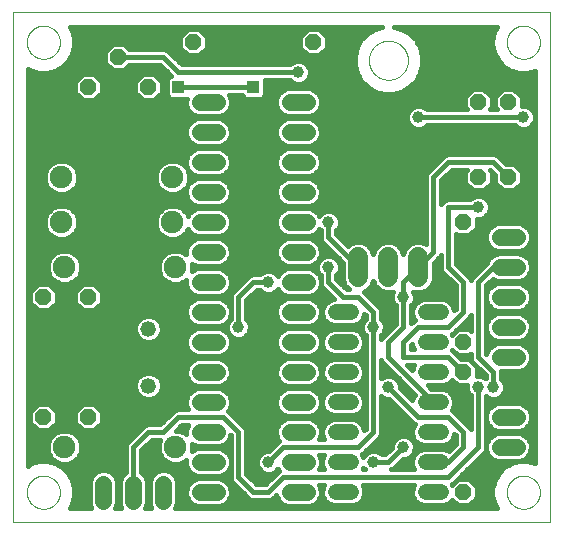
<source format=gtl>
G75*
%MOIN*%
%OFA0B0*%
%FSLAX25Y25*%
%IPPOS*%
%LPD*%
%AMOC8*
5,1,8,0,0,1.08239X$1,22.5*
%
%ADD10C,0.00000*%
%ADD11C,0.05200*%
%ADD12C,0.05600*%
%ADD13OC8,0.05200*%
%ADD14C,0.06600*%
%ADD15C,0.05200*%
%ADD16C,0.07500*%
%ADD17C,0.03962*%
%ADD18C,0.01600*%
%ADD19R,0.03962X0.03962*%
D10*
X0001800Y0003500D02*
X0001800Y0173461D01*
X0180501Y0173461D01*
X0180501Y0003500D01*
X0001800Y0003500D01*
X0006288Y0013500D02*
X0006290Y0013648D01*
X0006296Y0013796D01*
X0006306Y0013944D01*
X0006320Y0014091D01*
X0006338Y0014238D01*
X0006359Y0014384D01*
X0006385Y0014530D01*
X0006415Y0014675D01*
X0006448Y0014819D01*
X0006486Y0014962D01*
X0006527Y0015104D01*
X0006572Y0015245D01*
X0006620Y0015385D01*
X0006673Y0015524D01*
X0006729Y0015661D01*
X0006789Y0015796D01*
X0006852Y0015930D01*
X0006919Y0016062D01*
X0006990Y0016192D01*
X0007064Y0016320D01*
X0007141Y0016446D01*
X0007222Y0016570D01*
X0007306Y0016692D01*
X0007393Y0016811D01*
X0007484Y0016928D01*
X0007578Y0017043D01*
X0007674Y0017155D01*
X0007774Y0017265D01*
X0007876Y0017371D01*
X0007982Y0017475D01*
X0008090Y0017576D01*
X0008201Y0017674D01*
X0008314Y0017770D01*
X0008430Y0017862D01*
X0008548Y0017951D01*
X0008669Y0018036D01*
X0008792Y0018119D01*
X0008917Y0018198D01*
X0009044Y0018274D01*
X0009173Y0018346D01*
X0009304Y0018415D01*
X0009437Y0018480D01*
X0009572Y0018541D01*
X0009708Y0018599D01*
X0009845Y0018654D01*
X0009984Y0018704D01*
X0010125Y0018751D01*
X0010266Y0018794D01*
X0010409Y0018834D01*
X0010553Y0018869D01*
X0010697Y0018901D01*
X0010843Y0018928D01*
X0010989Y0018952D01*
X0011136Y0018972D01*
X0011283Y0018988D01*
X0011430Y0019000D01*
X0011578Y0019008D01*
X0011726Y0019012D01*
X0011874Y0019012D01*
X0012022Y0019008D01*
X0012170Y0019000D01*
X0012317Y0018988D01*
X0012464Y0018972D01*
X0012611Y0018952D01*
X0012757Y0018928D01*
X0012903Y0018901D01*
X0013047Y0018869D01*
X0013191Y0018834D01*
X0013334Y0018794D01*
X0013475Y0018751D01*
X0013616Y0018704D01*
X0013755Y0018654D01*
X0013892Y0018599D01*
X0014028Y0018541D01*
X0014163Y0018480D01*
X0014296Y0018415D01*
X0014427Y0018346D01*
X0014556Y0018274D01*
X0014683Y0018198D01*
X0014808Y0018119D01*
X0014931Y0018036D01*
X0015052Y0017951D01*
X0015170Y0017862D01*
X0015286Y0017770D01*
X0015399Y0017674D01*
X0015510Y0017576D01*
X0015618Y0017475D01*
X0015724Y0017371D01*
X0015826Y0017265D01*
X0015926Y0017155D01*
X0016022Y0017043D01*
X0016116Y0016928D01*
X0016207Y0016811D01*
X0016294Y0016692D01*
X0016378Y0016570D01*
X0016459Y0016446D01*
X0016536Y0016320D01*
X0016610Y0016192D01*
X0016681Y0016062D01*
X0016748Y0015930D01*
X0016811Y0015796D01*
X0016871Y0015661D01*
X0016927Y0015524D01*
X0016980Y0015385D01*
X0017028Y0015245D01*
X0017073Y0015104D01*
X0017114Y0014962D01*
X0017152Y0014819D01*
X0017185Y0014675D01*
X0017215Y0014530D01*
X0017241Y0014384D01*
X0017262Y0014238D01*
X0017280Y0014091D01*
X0017294Y0013944D01*
X0017304Y0013796D01*
X0017310Y0013648D01*
X0017312Y0013500D01*
X0017310Y0013352D01*
X0017304Y0013204D01*
X0017294Y0013056D01*
X0017280Y0012909D01*
X0017262Y0012762D01*
X0017241Y0012616D01*
X0017215Y0012470D01*
X0017185Y0012325D01*
X0017152Y0012181D01*
X0017114Y0012038D01*
X0017073Y0011896D01*
X0017028Y0011755D01*
X0016980Y0011615D01*
X0016927Y0011476D01*
X0016871Y0011339D01*
X0016811Y0011204D01*
X0016748Y0011070D01*
X0016681Y0010938D01*
X0016610Y0010808D01*
X0016536Y0010680D01*
X0016459Y0010554D01*
X0016378Y0010430D01*
X0016294Y0010308D01*
X0016207Y0010189D01*
X0016116Y0010072D01*
X0016022Y0009957D01*
X0015926Y0009845D01*
X0015826Y0009735D01*
X0015724Y0009629D01*
X0015618Y0009525D01*
X0015510Y0009424D01*
X0015399Y0009326D01*
X0015286Y0009230D01*
X0015170Y0009138D01*
X0015052Y0009049D01*
X0014931Y0008964D01*
X0014808Y0008881D01*
X0014683Y0008802D01*
X0014556Y0008726D01*
X0014427Y0008654D01*
X0014296Y0008585D01*
X0014163Y0008520D01*
X0014028Y0008459D01*
X0013892Y0008401D01*
X0013755Y0008346D01*
X0013616Y0008296D01*
X0013475Y0008249D01*
X0013334Y0008206D01*
X0013191Y0008166D01*
X0013047Y0008131D01*
X0012903Y0008099D01*
X0012757Y0008072D01*
X0012611Y0008048D01*
X0012464Y0008028D01*
X0012317Y0008012D01*
X0012170Y0008000D01*
X0012022Y0007992D01*
X0011874Y0007988D01*
X0011726Y0007988D01*
X0011578Y0007992D01*
X0011430Y0008000D01*
X0011283Y0008012D01*
X0011136Y0008028D01*
X0010989Y0008048D01*
X0010843Y0008072D01*
X0010697Y0008099D01*
X0010553Y0008131D01*
X0010409Y0008166D01*
X0010266Y0008206D01*
X0010125Y0008249D01*
X0009984Y0008296D01*
X0009845Y0008346D01*
X0009708Y0008401D01*
X0009572Y0008459D01*
X0009437Y0008520D01*
X0009304Y0008585D01*
X0009173Y0008654D01*
X0009044Y0008726D01*
X0008917Y0008802D01*
X0008792Y0008881D01*
X0008669Y0008964D01*
X0008548Y0009049D01*
X0008430Y0009138D01*
X0008314Y0009230D01*
X0008201Y0009326D01*
X0008090Y0009424D01*
X0007982Y0009525D01*
X0007876Y0009629D01*
X0007774Y0009735D01*
X0007674Y0009845D01*
X0007578Y0009957D01*
X0007484Y0010072D01*
X0007393Y0010189D01*
X0007306Y0010308D01*
X0007222Y0010430D01*
X0007141Y0010554D01*
X0007064Y0010680D01*
X0006990Y0010808D01*
X0006919Y0010938D01*
X0006852Y0011070D01*
X0006789Y0011204D01*
X0006729Y0011339D01*
X0006673Y0011476D01*
X0006620Y0011615D01*
X0006572Y0011755D01*
X0006527Y0011896D01*
X0006486Y0012038D01*
X0006448Y0012181D01*
X0006415Y0012325D01*
X0006385Y0012470D01*
X0006359Y0012616D01*
X0006338Y0012762D01*
X0006320Y0012909D01*
X0006306Y0013056D01*
X0006296Y0013204D01*
X0006290Y0013352D01*
X0006288Y0013500D01*
X0120300Y0157500D02*
X0120302Y0157661D01*
X0120308Y0157821D01*
X0120318Y0157982D01*
X0120332Y0158142D01*
X0120350Y0158302D01*
X0120371Y0158461D01*
X0120397Y0158620D01*
X0120427Y0158778D01*
X0120460Y0158935D01*
X0120498Y0159092D01*
X0120539Y0159247D01*
X0120584Y0159401D01*
X0120633Y0159554D01*
X0120686Y0159706D01*
X0120742Y0159857D01*
X0120803Y0160006D01*
X0120866Y0160154D01*
X0120934Y0160300D01*
X0121005Y0160444D01*
X0121079Y0160586D01*
X0121157Y0160727D01*
X0121239Y0160865D01*
X0121324Y0161002D01*
X0121412Y0161136D01*
X0121504Y0161268D01*
X0121599Y0161398D01*
X0121697Y0161526D01*
X0121798Y0161651D01*
X0121902Y0161773D01*
X0122009Y0161893D01*
X0122119Y0162010D01*
X0122232Y0162125D01*
X0122348Y0162236D01*
X0122467Y0162345D01*
X0122588Y0162450D01*
X0122712Y0162553D01*
X0122838Y0162653D01*
X0122966Y0162749D01*
X0123097Y0162842D01*
X0123231Y0162932D01*
X0123366Y0163019D01*
X0123504Y0163102D01*
X0123643Y0163182D01*
X0123785Y0163258D01*
X0123928Y0163331D01*
X0124073Y0163400D01*
X0124220Y0163466D01*
X0124368Y0163528D01*
X0124518Y0163586D01*
X0124669Y0163641D01*
X0124822Y0163692D01*
X0124976Y0163739D01*
X0125131Y0163782D01*
X0125287Y0163821D01*
X0125443Y0163857D01*
X0125601Y0163888D01*
X0125759Y0163916D01*
X0125918Y0163940D01*
X0126078Y0163960D01*
X0126238Y0163976D01*
X0126398Y0163988D01*
X0126559Y0163996D01*
X0126720Y0164000D01*
X0126880Y0164000D01*
X0127041Y0163996D01*
X0127202Y0163988D01*
X0127362Y0163976D01*
X0127522Y0163960D01*
X0127682Y0163940D01*
X0127841Y0163916D01*
X0127999Y0163888D01*
X0128157Y0163857D01*
X0128313Y0163821D01*
X0128469Y0163782D01*
X0128624Y0163739D01*
X0128778Y0163692D01*
X0128931Y0163641D01*
X0129082Y0163586D01*
X0129232Y0163528D01*
X0129380Y0163466D01*
X0129527Y0163400D01*
X0129672Y0163331D01*
X0129815Y0163258D01*
X0129957Y0163182D01*
X0130096Y0163102D01*
X0130234Y0163019D01*
X0130369Y0162932D01*
X0130503Y0162842D01*
X0130634Y0162749D01*
X0130762Y0162653D01*
X0130888Y0162553D01*
X0131012Y0162450D01*
X0131133Y0162345D01*
X0131252Y0162236D01*
X0131368Y0162125D01*
X0131481Y0162010D01*
X0131591Y0161893D01*
X0131698Y0161773D01*
X0131802Y0161651D01*
X0131903Y0161526D01*
X0132001Y0161398D01*
X0132096Y0161268D01*
X0132188Y0161136D01*
X0132276Y0161002D01*
X0132361Y0160865D01*
X0132443Y0160727D01*
X0132521Y0160586D01*
X0132595Y0160444D01*
X0132666Y0160300D01*
X0132734Y0160154D01*
X0132797Y0160006D01*
X0132858Y0159857D01*
X0132914Y0159706D01*
X0132967Y0159554D01*
X0133016Y0159401D01*
X0133061Y0159247D01*
X0133102Y0159092D01*
X0133140Y0158935D01*
X0133173Y0158778D01*
X0133203Y0158620D01*
X0133229Y0158461D01*
X0133250Y0158302D01*
X0133268Y0158142D01*
X0133282Y0157982D01*
X0133292Y0157821D01*
X0133298Y0157661D01*
X0133300Y0157500D01*
X0133298Y0157339D01*
X0133292Y0157179D01*
X0133282Y0157018D01*
X0133268Y0156858D01*
X0133250Y0156698D01*
X0133229Y0156539D01*
X0133203Y0156380D01*
X0133173Y0156222D01*
X0133140Y0156065D01*
X0133102Y0155908D01*
X0133061Y0155753D01*
X0133016Y0155599D01*
X0132967Y0155446D01*
X0132914Y0155294D01*
X0132858Y0155143D01*
X0132797Y0154994D01*
X0132734Y0154846D01*
X0132666Y0154700D01*
X0132595Y0154556D01*
X0132521Y0154414D01*
X0132443Y0154273D01*
X0132361Y0154135D01*
X0132276Y0153998D01*
X0132188Y0153864D01*
X0132096Y0153732D01*
X0132001Y0153602D01*
X0131903Y0153474D01*
X0131802Y0153349D01*
X0131698Y0153227D01*
X0131591Y0153107D01*
X0131481Y0152990D01*
X0131368Y0152875D01*
X0131252Y0152764D01*
X0131133Y0152655D01*
X0131012Y0152550D01*
X0130888Y0152447D01*
X0130762Y0152347D01*
X0130634Y0152251D01*
X0130503Y0152158D01*
X0130369Y0152068D01*
X0130234Y0151981D01*
X0130096Y0151898D01*
X0129957Y0151818D01*
X0129815Y0151742D01*
X0129672Y0151669D01*
X0129527Y0151600D01*
X0129380Y0151534D01*
X0129232Y0151472D01*
X0129082Y0151414D01*
X0128931Y0151359D01*
X0128778Y0151308D01*
X0128624Y0151261D01*
X0128469Y0151218D01*
X0128313Y0151179D01*
X0128157Y0151143D01*
X0127999Y0151112D01*
X0127841Y0151084D01*
X0127682Y0151060D01*
X0127522Y0151040D01*
X0127362Y0151024D01*
X0127202Y0151012D01*
X0127041Y0151004D01*
X0126880Y0151000D01*
X0126720Y0151000D01*
X0126559Y0151004D01*
X0126398Y0151012D01*
X0126238Y0151024D01*
X0126078Y0151040D01*
X0125918Y0151060D01*
X0125759Y0151084D01*
X0125601Y0151112D01*
X0125443Y0151143D01*
X0125287Y0151179D01*
X0125131Y0151218D01*
X0124976Y0151261D01*
X0124822Y0151308D01*
X0124669Y0151359D01*
X0124518Y0151414D01*
X0124368Y0151472D01*
X0124220Y0151534D01*
X0124073Y0151600D01*
X0123928Y0151669D01*
X0123785Y0151742D01*
X0123643Y0151818D01*
X0123504Y0151898D01*
X0123366Y0151981D01*
X0123231Y0152068D01*
X0123097Y0152158D01*
X0122966Y0152251D01*
X0122838Y0152347D01*
X0122712Y0152447D01*
X0122588Y0152550D01*
X0122467Y0152655D01*
X0122348Y0152764D01*
X0122232Y0152875D01*
X0122119Y0152990D01*
X0122009Y0153107D01*
X0121902Y0153227D01*
X0121798Y0153349D01*
X0121697Y0153474D01*
X0121599Y0153602D01*
X0121504Y0153732D01*
X0121412Y0153864D01*
X0121324Y0153998D01*
X0121239Y0154135D01*
X0121157Y0154273D01*
X0121079Y0154414D01*
X0121005Y0154556D01*
X0120934Y0154700D01*
X0120866Y0154846D01*
X0120803Y0154994D01*
X0120742Y0155143D01*
X0120686Y0155294D01*
X0120633Y0155446D01*
X0120584Y0155599D01*
X0120539Y0155753D01*
X0120498Y0155908D01*
X0120460Y0156065D01*
X0120427Y0156222D01*
X0120397Y0156380D01*
X0120371Y0156539D01*
X0120350Y0156698D01*
X0120332Y0156858D01*
X0120318Y0157018D01*
X0120308Y0157179D01*
X0120302Y0157339D01*
X0120300Y0157500D01*
X0166288Y0163500D02*
X0166290Y0163648D01*
X0166296Y0163796D01*
X0166306Y0163944D01*
X0166320Y0164091D01*
X0166338Y0164238D01*
X0166359Y0164384D01*
X0166385Y0164530D01*
X0166415Y0164675D01*
X0166448Y0164819D01*
X0166486Y0164962D01*
X0166527Y0165104D01*
X0166572Y0165245D01*
X0166620Y0165385D01*
X0166673Y0165524D01*
X0166729Y0165661D01*
X0166789Y0165796D01*
X0166852Y0165930D01*
X0166919Y0166062D01*
X0166990Y0166192D01*
X0167064Y0166320D01*
X0167141Y0166446D01*
X0167222Y0166570D01*
X0167306Y0166692D01*
X0167393Y0166811D01*
X0167484Y0166928D01*
X0167578Y0167043D01*
X0167674Y0167155D01*
X0167774Y0167265D01*
X0167876Y0167371D01*
X0167982Y0167475D01*
X0168090Y0167576D01*
X0168201Y0167674D01*
X0168314Y0167770D01*
X0168430Y0167862D01*
X0168548Y0167951D01*
X0168669Y0168036D01*
X0168792Y0168119D01*
X0168917Y0168198D01*
X0169044Y0168274D01*
X0169173Y0168346D01*
X0169304Y0168415D01*
X0169437Y0168480D01*
X0169572Y0168541D01*
X0169708Y0168599D01*
X0169845Y0168654D01*
X0169984Y0168704D01*
X0170125Y0168751D01*
X0170266Y0168794D01*
X0170409Y0168834D01*
X0170553Y0168869D01*
X0170697Y0168901D01*
X0170843Y0168928D01*
X0170989Y0168952D01*
X0171136Y0168972D01*
X0171283Y0168988D01*
X0171430Y0169000D01*
X0171578Y0169008D01*
X0171726Y0169012D01*
X0171874Y0169012D01*
X0172022Y0169008D01*
X0172170Y0169000D01*
X0172317Y0168988D01*
X0172464Y0168972D01*
X0172611Y0168952D01*
X0172757Y0168928D01*
X0172903Y0168901D01*
X0173047Y0168869D01*
X0173191Y0168834D01*
X0173334Y0168794D01*
X0173475Y0168751D01*
X0173616Y0168704D01*
X0173755Y0168654D01*
X0173892Y0168599D01*
X0174028Y0168541D01*
X0174163Y0168480D01*
X0174296Y0168415D01*
X0174427Y0168346D01*
X0174556Y0168274D01*
X0174683Y0168198D01*
X0174808Y0168119D01*
X0174931Y0168036D01*
X0175052Y0167951D01*
X0175170Y0167862D01*
X0175286Y0167770D01*
X0175399Y0167674D01*
X0175510Y0167576D01*
X0175618Y0167475D01*
X0175724Y0167371D01*
X0175826Y0167265D01*
X0175926Y0167155D01*
X0176022Y0167043D01*
X0176116Y0166928D01*
X0176207Y0166811D01*
X0176294Y0166692D01*
X0176378Y0166570D01*
X0176459Y0166446D01*
X0176536Y0166320D01*
X0176610Y0166192D01*
X0176681Y0166062D01*
X0176748Y0165930D01*
X0176811Y0165796D01*
X0176871Y0165661D01*
X0176927Y0165524D01*
X0176980Y0165385D01*
X0177028Y0165245D01*
X0177073Y0165104D01*
X0177114Y0164962D01*
X0177152Y0164819D01*
X0177185Y0164675D01*
X0177215Y0164530D01*
X0177241Y0164384D01*
X0177262Y0164238D01*
X0177280Y0164091D01*
X0177294Y0163944D01*
X0177304Y0163796D01*
X0177310Y0163648D01*
X0177312Y0163500D01*
X0177310Y0163352D01*
X0177304Y0163204D01*
X0177294Y0163056D01*
X0177280Y0162909D01*
X0177262Y0162762D01*
X0177241Y0162616D01*
X0177215Y0162470D01*
X0177185Y0162325D01*
X0177152Y0162181D01*
X0177114Y0162038D01*
X0177073Y0161896D01*
X0177028Y0161755D01*
X0176980Y0161615D01*
X0176927Y0161476D01*
X0176871Y0161339D01*
X0176811Y0161204D01*
X0176748Y0161070D01*
X0176681Y0160938D01*
X0176610Y0160808D01*
X0176536Y0160680D01*
X0176459Y0160554D01*
X0176378Y0160430D01*
X0176294Y0160308D01*
X0176207Y0160189D01*
X0176116Y0160072D01*
X0176022Y0159957D01*
X0175926Y0159845D01*
X0175826Y0159735D01*
X0175724Y0159629D01*
X0175618Y0159525D01*
X0175510Y0159424D01*
X0175399Y0159326D01*
X0175286Y0159230D01*
X0175170Y0159138D01*
X0175052Y0159049D01*
X0174931Y0158964D01*
X0174808Y0158881D01*
X0174683Y0158802D01*
X0174556Y0158726D01*
X0174427Y0158654D01*
X0174296Y0158585D01*
X0174163Y0158520D01*
X0174028Y0158459D01*
X0173892Y0158401D01*
X0173755Y0158346D01*
X0173616Y0158296D01*
X0173475Y0158249D01*
X0173334Y0158206D01*
X0173191Y0158166D01*
X0173047Y0158131D01*
X0172903Y0158099D01*
X0172757Y0158072D01*
X0172611Y0158048D01*
X0172464Y0158028D01*
X0172317Y0158012D01*
X0172170Y0158000D01*
X0172022Y0157992D01*
X0171874Y0157988D01*
X0171726Y0157988D01*
X0171578Y0157992D01*
X0171430Y0158000D01*
X0171283Y0158012D01*
X0171136Y0158028D01*
X0170989Y0158048D01*
X0170843Y0158072D01*
X0170697Y0158099D01*
X0170553Y0158131D01*
X0170409Y0158166D01*
X0170266Y0158206D01*
X0170125Y0158249D01*
X0169984Y0158296D01*
X0169845Y0158346D01*
X0169708Y0158401D01*
X0169572Y0158459D01*
X0169437Y0158520D01*
X0169304Y0158585D01*
X0169173Y0158654D01*
X0169044Y0158726D01*
X0168917Y0158802D01*
X0168792Y0158881D01*
X0168669Y0158964D01*
X0168548Y0159049D01*
X0168430Y0159138D01*
X0168314Y0159230D01*
X0168201Y0159326D01*
X0168090Y0159424D01*
X0167982Y0159525D01*
X0167876Y0159629D01*
X0167774Y0159735D01*
X0167674Y0159845D01*
X0167578Y0159957D01*
X0167484Y0160072D01*
X0167393Y0160189D01*
X0167306Y0160308D01*
X0167222Y0160430D01*
X0167141Y0160554D01*
X0167064Y0160680D01*
X0166990Y0160808D01*
X0166919Y0160938D01*
X0166852Y0161070D01*
X0166789Y0161204D01*
X0166729Y0161339D01*
X0166673Y0161476D01*
X0166620Y0161615D01*
X0166572Y0161755D01*
X0166527Y0161896D01*
X0166486Y0162038D01*
X0166448Y0162181D01*
X0166415Y0162325D01*
X0166385Y0162470D01*
X0166359Y0162616D01*
X0166338Y0162762D01*
X0166320Y0162909D01*
X0166306Y0163056D01*
X0166296Y0163204D01*
X0166290Y0163352D01*
X0166288Y0163500D01*
X0006288Y0163500D02*
X0006290Y0163648D01*
X0006296Y0163796D01*
X0006306Y0163944D01*
X0006320Y0164091D01*
X0006338Y0164238D01*
X0006359Y0164384D01*
X0006385Y0164530D01*
X0006415Y0164675D01*
X0006448Y0164819D01*
X0006486Y0164962D01*
X0006527Y0165104D01*
X0006572Y0165245D01*
X0006620Y0165385D01*
X0006673Y0165524D01*
X0006729Y0165661D01*
X0006789Y0165796D01*
X0006852Y0165930D01*
X0006919Y0166062D01*
X0006990Y0166192D01*
X0007064Y0166320D01*
X0007141Y0166446D01*
X0007222Y0166570D01*
X0007306Y0166692D01*
X0007393Y0166811D01*
X0007484Y0166928D01*
X0007578Y0167043D01*
X0007674Y0167155D01*
X0007774Y0167265D01*
X0007876Y0167371D01*
X0007982Y0167475D01*
X0008090Y0167576D01*
X0008201Y0167674D01*
X0008314Y0167770D01*
X0008430Y0167862D01*
X0008548Y0167951D01*
X0008669Y0168036D01*
X0008792Y0168119D01*
X0008917Y0168198D01*
X0009044Y0168274D01*
X0009173Y0168346D01*
X0009304Y0168415D01*
X0009437Y0168480D01*
X0009572Y0168541D01*
X0009708Y0168599D01*
X0009845Y0168654D01*
X0009984Y0168704D01*
X0010125Y0168751D01*
X0010266Y0168794D01*
X0010409Y0168834D01*
X0010553Y0168869D01*
X0010697Y0168901D01*
X0010843Y0168928D01*
X0010989Y0168952D01*
X0011136Y0168972D01*
X0011283Y0168988D01*
X0011430Y0169000D01*
X0011578Y0169008D01*
X0011726Y0169012D01*
X0011874Y0169012D01*
X0012022Y0169008D01*
X0012170Y0169000D01*
X0012317Y0168988D01*
X0012464Y0168972D01*
X0012611Y0168952D01*
X0012757Y0168928D01*
X0012903Y0168901D01*
X0013047Y0168869D01*
X0013191Y0168834D01*
X0013334Y0168794D01*
X0013475Y0168751D01*
X0013616Y0168704D01*
X0013755Y0168654D01*
X0013892Y0168599D01*
X0014028Y0168541D01*
X0014163Y0168480D01*
X0014296Y0168415D01*
X0014427Y0168346D01*
X0014556Y0168274D01*
X0014683Y0168198D01*
X0014808Y0168119D01*
X0014931Y0168036D01*
X0015052Y0167951D01*
X0015170Y0167862D01*
X0015286Y0167770D01*
X0015399Y0167674D01*
X0015510Y0167576D01*
X0015618Y0167475D01*
X0015724Y0167371D01*
X0015826Y0167265D01*
X0015926Y0167155D01*
X0016022Y0167043D01*
X0016116Y0166928D01*
X0016207Y0166811D01*
X0016294Y0166692D01*
X0016378Y0166570D01*
X0016459Y0166446D01*
X0016536Y0166320D01*
X0016610Y0166192D01*
X0016681Y0166062D01*
X0016748Y0165930D01*
X0016811Y0165796D01*
X0016871Y0165661D01*
X0016927Y0165524D01*
X0016980Y0165385D01*
X0017028Y0165245D01*
X0017073Y0165104D01*
X0017114Y0164962D01*
X0017152Y0164819D01*
X0017185Y0164675D01*
X0017215Y0164530D01*
X0017241Y0164384D01*
X0017262Y0164238D01*
X0017280Y0164091D01*
X0017294Y0163944D01*
X0017304Y0163796D01*
X0017310Y0163648D01*
X0017312Y0163500D01*
X0017310Y0163352D01*
X0017304Y0163204D01*
X0017294Y0163056D01*
X0017280Y0162909D01*
X0017262Y0162762D01*
X0017241Y0162616D01*
X0017215Y0162470D01*
X0017185Y0162325D01*
X0017152Y0162181D01*
X0017114Y0162038D01*
X0017073Y0161896D01*
X0017028Y0161755D01*
X0016980Y0161615D01*
X0016927Y0161476D01*
X0016871Y0161339D01*
X0016811Y0161204D01*
X0016748Y0161070D01*
X0016681Y0160938D01*
X0016610Y0160808D01*
X0016536Y0160680D01*
X0016459Y0160554D01*
X0016378Y0160430D01*
X0016294Y0160308D01*
X0016207Y0160189D01*
X0016116Y0160072D01*
X0016022Y0159957D01*
X0015926Y0159845D01*
X0015826Y0159735D01*
X0015724Y0159629D01*
X0015618Y0159525D01*
X0015510Y0159424D01*
X0015399Y0159326D01*
X0015286Y0159230D01*
X0015170Y0159138D01*
X0015052Y0159049D01*
X0014931Y0158964D01*
X0014808Y0158881D01*
X0014683Y0158802D01*
X0014556Y0158726D01*
X0014427Y0158654D01*
X0014296Y0158585D01*
X0014163Y0158520D01*
X0014028Y0158459D01*
X0013892Y0158401D01*
X0013755Y0158346D01*
X0013616Y0158296D01*
X0013475Y0158249D01*
X0013334Y0158206D01*
X0013191Y0158166D01*
X0013047Y0158131D01*
X0012903Y0158099D01*
X0012757Y0158072D01*
X0012611Y0158048D01*
X0012464Y0158028D01*
X0012317Y0158012D01*
X0012170Y0158000D01*
X0012022Y0157992D01*
X0011874Y0157988D01*
X0011726Y0157988D01*
X0011578Y0157992D01*
X0011430Y0158000D01*
X0011283Y0158012D01*
X0011136Y0158028D01*
X0010989Y0158048D01*
X0010843Y0158072D01*
X0010697Y0158099D01*
X0010553Y0158131D01*
X0010409Y0158166D01*
X0010266Y0158206D01*
X0010125Y0158249D01*
X0009984Y0158296D01*
X0009845Y0158346D01*
X0009708Y0158401D01*
X0009572Y0158459D01*
X0009437Y0158520D01*
X0009304Y0158585D01*
X0009173Y0158654D01*
X0009044Y0158726D01*
X0008917Y0158802D01*
X0008792Y0158881D01*
X0008669Y0158964D01*
X0008548Y0159049D01*
X0008430Y0159138D01*
X0008314Y0159230D01*
X0008201Y0159326D01*
X0008090Y0159424D01*
X0007982Y0159525D01*
X0007876Y0159629D01*
X0007774Y0159735D01*
X0007674Y0159845D01*
X0007578Y0159957D01*
X0007484Y0160072D01*
X0007393Y0160189D01*
X0007306Y0160308D01*
X0007222Y0160430D01*
X0007141Y0160554D01*
X0007064Y0160680D01*
X0006990Y0160808D01*
X0006919Y0160938D01*
X0006852Y0161070D01*
X0006789Y0161204D01*
X0006729Y0161339D01*
X0006673Y0161476D01*
X0006620Y0161615D01*
X0006572Y0161755D01*
X0006527Y0161896D01*
X0006486Y0162038D01*
X0006448Y0162181D01*
X0006415Y0162325D01*
X0006385Y0162470D01*
X0006359Y0162616D01*
X0006338Y0162762D01*
X0006320Y0162909D01*
X0006306Y0163056D01*
X0006296Y0163204D01*
X0006290Y0163352D01*
X0006288Y0163500D01*
X0166288Y0013500D02*
X0166290Y0013648D01*
X0166296Y0013796D01*
X0166306Y0013944D01*
X0166320Y0014091D01*
X0166338Y0014238D01*
X0166359Y0014384D01*
X0166385Y0014530D01*
X0166415Y0014675D01*
X0166448Y0014819D01*
X0166486Y0014962D01*
X0166527Y0015104D01*
X0166572Y0015245D01*
X0166620Y0015385D01*
X0166673Y0015524D01*
X0166729Y0015661D01*
X0166789Y0015796D01*
X0166852Y0015930D01*
X0166919Y0016062D01*
X0166990Y0016192D01*
X0167064Y0016320D01*
X0167141Y0016446D01*
X0167222Y0016570D01*
X0167306Y0016692D01*
X0167393Y0016811D01*
X0167484Y0016928D01*
X0167578Y0017043D01*
X0167674Y0017155D01*
X0167774Y0017265D01*
X0167876Y0017371D01*
X0167982Y0017475D01*
X0168090Y0017576D01*
X0168201Y0017674D01*
X0168314Y0017770D01*
X0168430Y0017862D01*
X0168548Y0017951D01*
X0168669Y0018036D01*
X0168792Y0018119D01*
X0168917Y0018198D01*
X0169044Y0018274D01*
X0169173Y0018346D01*
X0169304Y0018415D01*
X0169437Y0018480D01*
X0169572Y0018541D01*
X0169708Y0018599D01*
X0169845Y0018654D01*
X0169984Y0018704D01*
X0170125Y0018751D01*
X0170266Y0018794D01*
X0170409Y0018834D01*
X0170553Y0018869D01*
X0170697Y0018901D01*
X0170843Y0018928D01*
X0170989Y0018952D01*
X0171136Y0018972D01*
X0171283Y0018988D01*
X0171430Y0019000D01*
X0171578Y0019008D01*
X0171726Y0019012D01*
X0171874Y0019012D01*
X0172022Y0019008D01*
X0172170Y0019000D01*
X0172317Y0018988D01*
X0172464Y0018972D01*
X0172611Y0018952D01*
X0172757Y0018928D01*
X0172903Y0018901D01*
X0173047Y0018869D01*
X0173191Y0018834D01*
X0173334Y0018794D01*
X0173475Y0018751D01*
X0173616Y0018704D01*
X0173755Y0018654D01*
X0173892Y0018599D01*
X0174028Y0018541D01*
X0174163Y0018480D01*
X0174296Y0018415D01*
X0174427Y0018346D01*
X0174556Y0018274D01*
X0174683Y0018198D01*
X0174808Y0018119D01*
X0174931Y0018036D01*
X0175052Y0017951D01*
X0175170Y0017862D01*
X0175286Y0017770D01*
X0175399Y0017674D01*
X0175510Y0017576D01*
X0175618Y0017475D01*
X0175724Y0017371D01*
X0175826Y0017265D01*
X0175926Y0017155D01*
X0176022Y0017043D01*
X0176116Y0016928D01*
X0176207Y0016811D01*
X0176294Y0016692D01*
X0176378Y0016570D01*
X0176459Y0016446D01*
X0176536Y0016320D01*
X0176610Y0016192D01*
X0176681Y0016062D01*
X0176748Y0015930D01*
X0176811Y0015796D01*
X0176871Y0015661D01*
X0176927Y0015524D01*
X0176980Y0015385D01*
X0177028Y0015245D01*
X0177073Y0015104D01*
X0177114Y0014962D01*
X0177152Y0014819D01*
X0177185Y0014675D01*
X0177215Y0014530D01*
X0177241Y0014384D01*
X0177262Y0014238D01*
X0177280Y0014091D01*
X0177294Y0013944D01*
X0177304Y0013796D01*
X0177310Y0013648D01*
X0177312Y0013500D01*
X0177310Y0013352D01*
X0177304Y0013204D01*
X0177294Y0013056D01*
X0177280Y0012909D01*
X0177262Y0012762D01*
X0177241Y0012616D01*
X0177215Y0012470D01*
X0177185Y0012325D01*
X0177152Y0012181D01*
X0177114Y0012038D01*
X0177073Y0011896D01*
X0177028Y0011755D01*
X0176980Y0011615D01*
X0176927Y0011476D01*
X0176871Y0011339D01*
X0176811Y0011204D01*
X0176748Y0011070D01*
X0176681Y0010938D01*
X0176610Y0010808D01*
X0176536Y0010680D01*
X0176459Y0010554D01*
X0176378Y0010430D01*
X0176294Y0010308D01*
X0176207Y0010189D01*
X0176116Y0010072D01*
X0176022Y0009957D01*
X0175926Y0009845D01*
X0175826Y0009735D01*
X0175724Y0009629D01*
X0175618Y0009525D01*
X0175510Y0009424D01*
X0175399Y0009326D01*
X0175286Y0009230D01*
X0175170Y0009138D01*
X0175052Y0009049D01*
X0174931Y0008964D01*
X0174808Y0008881D01*
X0174683Y0008802D01*
X0174556Y0008726D01*
X0174427Y0008654D01*
X0174296Y0008585D01*
X0174163Y0008520D01*
X0174028Y0008459D01*
X0173892Y0008401D01*
X0173755Y0008346D01*
X0173616Y0008296D01*
X0173475Y0008249D01*
X0173334Y0008206D01*
X0173191Y0008166D01*
X0173047Y0008131D01*
X0172903Y0008099D01*
X0172757Y0008072D01*
X0172611Y0008048D01*
X0172464Y0008028D01*
X0172317Y0008012D01*
X0172170Y0008000D01*
X0172022Y0007992D01*
X0171874Y0007988D01*
X0171726Y0007988D01*
X0171578Y0007992D01*
X0171430Y0008000D01*
X0171283Y0008012D01*
X0171136Y0008028D01*
X0170989Y0008048D01*
X0170843Y0008072D01*
X0170697Y0008099D01*
X0170553Y0008131D01*
X0170409Y0008166D01*
X0170266Y0008206D01*
X0170125Y0008249D01*
X0169984Y0008296D01*
X0169845Y0008346D01*
X0169708Y0008401D01*
X0169572Y0008459D01*
X0169437Y0008520D01*
X0169304Y0008585D01*
X0169173Y0008654D01*
X0169044Y0008726D01*
X0168917Y0008802D01*
X0168792Y0008881D01*
X0168669Y0008964D01*
X0168548Y0009049D01*
X0168430Y0009138D01*
X0168314Y0009230D01*
X0168201Y0009326D01*
X0168090Y0009424D01*
X0167982Y0009525D01*
X0167876Y0009629D01*
X0167774Y0009735D01*
X0167674Y0009845D01*
X0167578Y0009957D01*
X0167484Y0010072D01*
X0167393Y0010189D01*
X0167306Y0010308D01*
X0167222Y0010430D01*
X0167141Y0010554D01*
X0167064Y0010680D01*
X0166990Y0010808D01*
X0166919Y0010938D01*
X0166852Y0011070D01*
X0166789Y0011204D01*
X0166729Y0011339D01*
X0166673Y0011476D01*
X0166620Y0011615D01*
X0166572Y0011755D01*
X0166527Y0011896D01*
X0166486Y0012038D01*
X0166448Y0012181D01*
X0166415Y0012325D01*
X0166385Y0012470D01*
X0166359Y0012616D01*
X0166338Y0012762D01*
X0166320Y0012909D01*
X0166306Y0013056D01*
X0166296Y0013204D01*
X0166290Y0013352D01*
X0166288Y0013500D01*
D11*
X0144400Y0013500D02*
X0139200Y0013500D01*
X0139200Y0023500D02*
X0144400Y0023500D01*
X0144400Y0033500D02*
X0139200Y0033500D01*
X0139200Y0043500D02*
X0144400Y0043500D01*
X0144400Y0053500D02*
X0139200Y0053500D01*
X0139200Y0063500D02*
X0144400Y0063500D01*
X0144400Y0073500D02*
X0139200Y0073500D01*
X0114400Y0073500D02*
X0109200Y0073500D01*
X0109200Y0063500D02*
X0114400Y0063500D01*
X0114400Y0053500D02*
X0109200Y0053500D01*
X0109200Y0043500D02*
X0114400Y0043500D01*
X0114400Y0033500D02*
X0109200Y0033500D01*
X0109200Y0023500D02*
X0114400Y0023500D01*
X0114400Y0013500D02*
X0109200Y0013500D01*
D12*
X0099600Y0013500D02*
X0094000Y0013500D01*
X0094000Y0023500D02*
X0099600Y0023500D01*
X0099600Y0033500D02*
X0094000Y0033500D01*
X0094000Y0043500D02*
X0099600Y0043500D01*
X0099600Y0053500D02*
X0094000Y0053500D01*
X0094000Y0063500D02*
X0099600Y0063500D01*
X0099600Y0073500D02*
X0094000Y0073500D01*
X0094000Y0083500D02*
X0099600Y0083500D01*
X0099600Y0093500D02*
X0094000Y0093500D01*
X0094000Y0103500D02*
X0099600Y0103500D01*
X0099600Y0113500D02*
X0094000Y0113500D01*
X0094000Y0123500D02*
X0099600Y0123500D01*
X0099600Y0133500D02*
X0094000Y0133500D01*
X0094000Y0143500D02*
X0099600Y0143500D01*
X0069600Y0143500D02*
X0064000Y0143500D01*
X0064000Y0133500D02*
X0069600Y0133500D01*
X0069600Y0123500D02*
X0064000Y0123500D01*
X0064000Y0113500D02*
X0069600Y0113500D01*
X0069600Y0103500D02*
X0064000Y0103500D01*
X0064000Y0093500D02*
X0069600Y0093500D01*
X0069600Y0083500D02*
X0064000Y0083500D01*
X0064000Y0073500D02*
X0069600Y0073500D01*
X0069600Y0063500D02*
X0064000Y0063500D01*
X0064000Y0053500D02*
X0069600Y0053500D01*
X0069600Y0043500D02*
X0064000Y0043500D01*
X0064000Y0033500D02*
X0069600Y0033500D01*
X0069600Y0023500D02*
X0064000Y0023500D01*
X0064000Y0013500D02*
X0069600Y0013500D01*
X0051800Y0010700D02*
X0051800Y0016300D01*
X0041800Y0016300D02*
X0041800Y0010700D01*
X0031800Y0010700D02*
X0031800Y0016300D01*
X0164000Y0028500D02*
X0169600Y0028500D01*
X0169600Y0038500D02*
X0164000Y0038500D01*
X0164000Y0058500D02*
X0169600Y0058500D01*
X0169600Y0068500D02*
X0164000Y0068500D01*
X0164000Y0078500D02*
X0169600Y0078500D01*
X0169600Y0088500D02*
X0164000Y0088500D01*
X0164000Y0098500D02*
X0169600Y0098500D01*
D13*
X0151800Y0103500D03*
X0156800Y0118500D03*
X0166800Y0118500D03*
X0166800Y0143500D03*
X0156800Y0143500D03*
X0101800Y0163500D03*
X0061800Y0163500D03*
X0046800Y0148500D03*
X0036800Y0158500D03*
X0026800Y0148500D03*
X0026800Y0078500D03*
X0011800Y0078500D03*
X0011800Y0038500D03*
X0026800Y0038500D03*
X0151800Y0053500D03*
X0151800Y0063500D03*
X0151800Y0013500D03*
D14*
X0136800Y0085200D02*
X0136800Y0091800D01*
X0126800Y0091800D02*
X0126800Y0085200D01*
X0116800Y0085200D02*
X0116800Y0091800D01*
D15*
X0046800Y0068000D03*
X0046800Y0049000D03*
D16*
X0055800Y0028500D03*
X0018800Y0028500D03*
X0018800Y0088500D03*
X0017800Y0103500D03*
X0017800Y0118500D03*
X0054800Y0118500D03*
X0054800Y0103500D03*
X0055800Y0088500D03*
D17*
X0076800Y0068500D03*
X0086800Y0083500D03*
X0106800Y0088500D03*
X0106800Y0103500D03*
X0131800Y0078500D03*
X0121800Y0068500D03*
X0126800Y0048500D03*
X0131800Y0028500D03*
X0121800Y0023500D03*
X0086800Y0023500D03*
X0156800Y0048500D03*
X0161800Y0048500D03*
X0156800Y0108500D03*
X0171800Y0138500D03*
X0136800Y0138500D03*
X0096800Y0153500D03*
D18*
X0056800Y0153500D01*
X0051800Y0158500D01*
X0036800Y0158500D01*
X0039881Y0155359D02*
X0051264Y0155359D01*
X0050723Y0155900D02*
X0054342Y0152281D01*
X0054073Y0152281D01*
X0053019Y0151227D01*
X0053019Y0145773D01*
X0054073Y0144719D01*
X0059526Y0144719D01*
X0059400Y0144415D01*
X0059400Y0142585D01*
X0060100Y0140894D01*
X0061394Y0139600D01*
X0063085Y0138900D01*
X0070515Y0138900D01*
X0072206Y0139600D01*
X0073500Y0140894D01*
X0074200Y0142585D01*
X0074200Y0144415D01*
X0073585Y0145900D01*
X0078019Y0145900D01*
X0078019Y0145773D01*
X0079073Y0144719D01*
X0084527Y0144719D01*
X0085581Y0145773D01*
X0085581Y0150900D01*
X0094053Y0150900D01*
X0094658Y0150295D01*
X0096048Y0149719D01*
X0097552Y0149719D01*
X0098942Y0150295D01*
X0100005Y0151358D01*
X0100581Y0152748D01*
X0100581Y0154252D01*
X0100005Y0155642D01*
X0098942Y0156705D01*
X0097552Y0157281D01*
X0096048Y0157281D01*
X0094658Y0156705D01*
X0094053Y0156100D01*
X0057877Y0156100D01*
X0054004Y0159973D01*
X0053273Y0160704D01*
X0052317Y0161100D01*
X0040423Y0161100D01*
X0038623Y0162900D01*
X0034977Y0162900D01*
X0032400Y0160323D01*
X0032400Y0156677D01*
X0034977Y0154100D01*
X0038623Y0154100D01*
X0040423Y0155900D01*
X0050723Y0155900D01*
X0048623Y0152900D02*
X0044977Y0152900D01*
X0042400Y0150323D01*
X0042400Y0146677D01*
X0044977Y0144100D01*
X0048623Y0144100D01*
X0051200Y0146677D01*
X0051200Y0150323D01*
X0048623Y0152900D01*
X0049361Y0152162D02*
X0053954Y0152162D01*
X0053019Y0150563D02*
X0050959Y0150563D01*
X0051200Y0148965D02*
X0053019Y0148965D01*
X0053019Y0147366D02*
X0051200Y0147366D01*
X0050290Y0145768D02*
X0053025Y0145768D01*
X0056800Y0148500D02*
X0081800Y0148500D01*
X0085581Y0148965D02*
X0119355Y0148965D01*
X0119862Y0148458D02*
X0122438Y0146970D01*
X0125312Y0146200D01*
X0128288Y0146200D01*
X0131162Y0146970D01*
X0133738Y0148458D01*
X0135842Y0150562D01*
X0137330Y0153138D01*
X0138100Y0156012D01*
X0138100Y0158988D01*
X0137330Y0161862D01*
X0135842Y0164438D01*
X0133738Y0166542D01*
X0131162Y0168030D01*
X0128808Y0168661D01*
X0162872Y0168661D01*
X0162191Y0167480D01*
X0161488Y0164858D01*
X0161488Y0162142D01*
X0162191Y0159520D01*
X0163548Y0157168D01*
X0165468Y0155248D01*
X0167820Y0153891D01*
X0170442Y0153188D01*
X0173158Y0153188D01*
X0175701Y0153870D01*
X0175701Y0023130D01*
X0173158Y0023812D01*
X0170442Y0023812D01*
X0167820Y0023109D01*
X0165468Y0021751D01*
X0163548Y0019832D01*
X0162191Y0017480D01*
X0161488Y0014858D01*
X0161488Y0012142D01*
X0162191Y0009520D01*
X0162895Y0008300D01*
X0055785Y0008300D01*
X0056400Y0009785D01*
X0056400Y0017215D01*
X0055700Y0018906D01*
X0054406Y0020200D01*
X0052715Y0020900D01*
X0050885Y0020900D01*
X0049194Y0020200D01*
X0047900Y0018906D01*
X0047200Y0017215D01*
X0047200Y0009785D01*
X0047815Y0008300D01*
X0045785Y0008300D01*
X0046400Y0009785D01*
X0046400Y0017215D01*
X0045700Y0018906D01*
X0044406Y0020200D01*
X0044400Y0020202D01*
X0044400Y0027423D01*
X0047877Y0030900D01*
X0050787Y0030900D01*
X0050250Y0029604D01*
X0050250Y0027396D01*
X0051095Y0025356D01*
X0052656Y0023795D01*
X0054696Y0022950D01*
X0056904Y0022950D01*
X0058944Y0023795D01*
X0059400Y0024251D01*
X0059400Y0022585D01*
X0060100Y0020894D01*
X0061394Y0019600D01*
X0063085Y0018900D01*
X0070515Y0018900D01*
X0072206Y0019600D01*
X0073500Y0020894D01*
X0074200Y0022585D01*
X0074200Y0024415D01*
X0073500Y0026106D01*
X0072206Y0027400D01*
X0070515Y0028100D01*
X0063085Y0028100D01*
X0061394Y0027400D01*
X0061321Y0027327D01*
X0061350Y0027396D01*
X0061350Y0029604D01*
X0061321Y0029673D01*
X0061394Y0029600D01*
X0063085Y0028900D01*
X0070515Y0028900D01*
X0072206Y0029600D01*
X0073500Y0030894D01*
X0074153Y0032470D01*
X0074200Y0032423D01*
X0074200Y0017983D01*
X0074596Y0017027D01*
X0075327Y0016296D01*
X0080327Y0011296D01*
X0081283Y0010900D01*
X0087317Y0010900D01*
X0088273Y0011296D01*
X0089004Y0012027D01*
X0089447Y0012470D01*
X0090100Y0010894D01*
X0091394Y0009600D01*
X0093085Y0008900D01*
X0100515Y0008900D01*
X0102206Y0009600D01*
X0103500Y0010894D01*
X0104200Y0012585D01*
X0104200Y0014415D01*
X0103585Y0015900D01*
X0105432Y0015900D01*
X0104800Y0014375D01*
X0104800Y0012625D01*
X0105470Y0011008D01*
X0106708Y0009770D01*
X0108325Y0009100D01*
X0115275Y0009100D01*
X0116892Y0009770D01*
X0118130Y0011008D01*
X0118800Y0012625D01*
X0118800Y0014375D01*
X0118168Y0015900D01*
X0135432Y0015900D01*
X0134800Y0014375D01*
X0134800Y0012625D01*
X0135470Y0011008D01*
X0136708Y0009770D01*
X0138325Y0009100D01*
X0145275Y0009100D01*
X0146892Y0009770D01*
X0148100Y0010977D01*
X0149977Y0009100D01*
X0153623Y0009100D01*
X0156200Y0011677D01*
X0156200Y0015323D01*
X0153623Y0017900D01*
X0149977Y0017900D01*
X0148100Y0016023D01*
X0147957Y0016165D01*
X0148273Y0016296D01*
X0149004Y0017027D01*
X0159004Y0027027D01*
X0159400Y0027983D01*
X0159400Y0045553D01*
X0159658Y0045295D01*
X0161048Y0044719D01*
X0162552Y0044719D01*
X0163942Y0045295D01*
X0165005Y0046358D01*
X0165581Y0047748D01*
X0165581Y0049252D01*
X0165005Y0050642D01*
X0164400Y0051247D01*
X0164400Y0053900D01*
X0170515Y0053900D01*
X0172206Y0054600D01*
X0173500Y0055894D01*
X0174200Y0057585D01*
X0174200Y0059415D01*
X0173500Y0061106D01*
X0172206Y0062400D01*
X0170515Y0063100D01*
X0163085Y0063100D01*
X0161394Y0062400D01*
X0160100Y0061106D01*
X0159447Y0059529D01*
X0159400Y0059577D01*
X0159400Y0082423D01*
X0161524Y0084547D01*
X0163085Y0083900D01*
X0170515Y0083900D01*
X0172206Y0084600D01*
X0173500Y0085894D01*
X0174200Y0087585D01*
X0174200Y0089415D01*
X0173500Y0091106D01*
X0172206Y0092400D01*
X0170515Y0093100D01*
X0163085Y0093100D01*
X0161394Y0092400D01*
X0160100Y0091106D01*
X0159656Y0090033D01*
X0159596Y0089973D01*
X0159596Y0089973D01*
X0155327Y0085704D01*
X0154596Y0084973D01*
X0154300Y0084259D01*
X0154004Y0084973D01*
X0153273Y0085704D01*
X0149400Y0089577D01*
X0149400Y0099677D01*
X0149977Y0099100D01*
X0153623Y0099100D01*
X0156200Y0101677D01*
X0156200Y0104719D01*
X0157552Y0104719D01*
X0158942Y0105295D01*
X0160005Y0106358D01*
X0160581Y0107748D01*
X0160581Y0109252D01*
X0160005Y0110642D01*
X0158942Y0111705D01*
X0157552Y0112281D01*
X0156048Y0112281D01*
X0154658Y0111705D01*
X0154053Y0111100D01*
X0146283Y0111100D01*
X0145327Y0110704D01*
X0144596Y0109973D01*
X0144400Y0109500D01*
X0144400Y0117423D01*
X0147877Y0120900D01*
X0152977Y0120900D01*
X0152400Y0120323D01*
X0152400Y0116677D01*
X0154977Y0114100D01*
X0158623Y0114100D01*
X0161200Y0116677D01*
X0161200Y0120323D01*
X0160623Y0120900D01*
X0160723Y0120900D01*
X0162400Y0119223D01*
X0162400Y0116677D01*
X0164977Y0114100D01*
X0168623Y0114100D01*
X0171200Y0116677D01*
X0171200Y0120323D01*
X0168623Y0122900D01*
X0166077Y0122900D01*
X0163273Y0125704D01*
X0162317Y0126100D01*
X0146283Y0126100D01*
X0145327Y0125704D01*
X0144596Y0124973D01*
X0140327Y0120704D01*
X0139596Y0119973D01*
X0139200Y0119017D01*
X0139200Y0096326D01*
X0137814Y0096900D01*
X0135786Y0096900D01*
X0133911Y0096124D01*
X0132476Y0094689D01*
X0131800Y0093056D01*
X0131124Y0094689D01*
X0129689Y0096124D01*
X0127814Y0096900D01*
X0125786Y0096900D01*
X0123911Y0096124D01*
X0122476Y0094689D01*
X0121800Y0093056D01*
X0121124Y0094689D01*
X0119689Y0096124D01*
X0117814Y0096900D01*
X0115786Y0096900D01*
X0113911Y0096124D01*
X0113382Y0095595D01*
X0109400Y0099577D01*
X0109400Y0100753D01*
X0110005Y0101358D01*
X0110581Y0102748D01*
X0110581Y0104252D01*
X0110005Y0105642D01*
X0108942Y0106705D01*
X0107552Y0107281D01*
X0106048Y0107281D01*
X0104658Y0106705D01*
X0103663Y0105711D01*
X0103500Y0106106D01*
X0102206Y0107400D01*
X0100515Y0108100D01*
X0093085Y0108100D01*
X0091394Y0107400D01*
X0090100Y0106106D01*
X0089400Y0104415D01*
X0089400Y0102585D01*
X0090100Y0100894D01*
X0091394Y0099600D01*
X0093085Y0098900D01*
X0100515Y0098900D01*
X0102206Y0099600D01*
X0103500Y0100894D01*
X0103663Y0101289D01*
X0104200Y0100753D01*
X0104200Y0097983D01*
X0104596Y0097027D01*
X0111700Y0089923D01*
X0111700Y0084186D01*
X0112476Y0082311D01*
X0113688Y0081100D01*
X0112877Y0081100D01*
X0109400Y0084577D01*
X0109400Y0085753D01*
X0110005Y0086358D01*
X0110581Y0087748D01*
X0110581Y0089252D01*
X0110005Y0090642D01*
X0108942Y0091705D01*
X0107552Y0092281D01*
X0106048Y0092281D01*
X0104658Y0091705D01*
X0103595Y0090642D01*
X0103019Y0089252D01*
X0103019Y0087748D01*
X0103595Y0086358D01*
X0104200Y0085753D01*
X0104200Y0082983D01*
X0104596Y0082027D01*
X0105327Y0081296D01*
X0108723Y0077900D01*
X0108325Y0077900D01*
X0106708Y0077230D01*
X0105470Y0075992D01*
X0104800Y0074375D01*
X0104800Y0072625D01*
X0105470Y0071008D01*
X0106708Y0069770D01*
X0108325Y0069100D01*
X0115275Y0069100D01*
X0116892Y0069770D01*
X0118130Y0071008D01*
X0118800Y0072625D01*
X0118800Y0072823D01*
X0119200Y0072423D01*
X0119200Y0071247D01*
X0118595Y0070642D01*
X0118019Y0069252D01*
X0118019Y0067748D01*
X0118595Y0066358D01*
X0119200Y0065753D01*
X0119200Y0034577D01*
X0118800Y0034177D01*
X0118800Y0034375D01*
X0118130Y0035992D01*
X0116892Y0037230D01*
X0115275Y0037900D01*
X0108325Y0037900D01*
X0106708Y0037230D01*
X0105470Y0035992D01*
X0104800Y0034375D01*
X0104800Y0032625D01*
X0105432Y0031100D01*
X0103585Y0031100D01*
X0104200Y0032585D01*
X0104200Y0034415D01*
X0103500Y0036106D01*
X0102206Y0037400D01*
X0100515Y0038100D01*
X0093085Y0038100D01*
X0091394Y0037400D01*
X0090100Y0036106D01*
X0089400Y0034415D01*
X0089400Y0032585D01*
X0090100Y0030894D01*
X0090309Y0030686D01*
X0089596Y0029973D01*
X0089596Y0029973D01*
X0086904Y0027281D01*
X0086048Y0027281D01*
X0084658Y0026705D01*
X0083595Y0025642D01*
X0083019Y0024252D01*
X0083019Y0022748D01*
X0083595Y0021358D01*
X0084658Y0020295D01*
X0086048Y0019719D01*
X0087552Y0019719D01*
X0088942Y0020295D01*
X0089937Y0021289D01*
X0090100Y0020894D01*
X0090309Y0020686D01*
X0085723Y0016100D01*
X0082877Y0016100D01*
X0079400Y0019577D01*
X0079400Y0034017D01*
X0079004Y0034973D01*
X0074004Y0039973D01*
X0073291Y0040686D01*
X0073500Y0040894D01*
X0074200Y0042585D01*
X0074200Y0044415D01*
X0073500Y0046106D01*
X0072206Y0047400D01*
X0070515Y0048100D01*
X0063085Y0048100D01*
X0061394Y0047400D01*
X0060100Y0046106D01*
X0059400Y0044415D01*
X0059400Y0042585D01*
X0060015Y0041100D01*
X0056283Y0041100D01*
X0055327Y0040704D01*
X0050723Y0036100D01*
X0046283Y0036100D01*
X0045327Y0035704D01*
X0040327Y0030704D01*
X0039596Y0029973D01*
X0039200Y0029017D01*
X0039200Y0020202D01*
X0039194Y0020200D01*
X0037900Y0018906D01*
X0037200Y0017215D01*
X0037200Y0009785D01*
X0037815Y0008300D01*
X0035785Y0008300D01*
X0036400Y0009785D01*
X0036400Y0017215D01*
X0035700Y0018906D01*
X0034406Y0020200D01*
X0032715Y0020900D01*
X0030885Y0020900D01*
X0029194Y0020200D01*
X0027900Y0018906D01*
X0027200Y0017215D01*
X0027200Y0009785D01*
X0027815Y0008300D01*
X0020705Y0008300D01*
X0021409Y0009520D01*
X0022112Y0012142D01*
X0022112Y0014858D01*
X0021409Y0017480D01*
X0020051Y0019832D01*
X0018132Y0021751D01*
X0015780Y0023109D01*
X0013158Y0023812D01*
X0010442Y0023812D01*
X0007820Y0023109D01*
X0006600Y0022405D01*
X0006600Y0154595D01*
X0007820Y0153891D01*
X0010442Y0153188D01*
X0013158Y0153188D01*
X0015780Y0153891D01*
X0018132Y0155248D01*
X0020051Y0157168D01*
X0021409Y0159520D01*
X0022112Y0162142D01*
X0022112Y0164858D01*
X0021409Y0167480D01*
X0020728Y0168661D01*
X0124792Y0168661D01*
X0122438Y0168030D01*
X0119862Y0166542D01*
X0117758Y0164438D01*
X0116270Y0161862D01*
X0115500Y0158988D01*
X0115500Y0156012D01*
X0116270Y0153138D01*
X0117758Y0150562D01*
X0119862Y0148458D01*
X0121753Y0147366D02*
X0102239Y0147366D01*
X0102206Y0147400D02*
X0100515Y0148100D01*
X0093085Y0148100D01*
X0091394Y0147400D01*
X0090100Y0146106D01*
X0089400Y0144415D01*
X0089400Y0142585D01*
X0090100Y0140894D01*
X0091394Y0139600D01*
X0093085Y0138900D01*
X0100515Y0138900D01*
X0102206Y0139600D01*
X0103500Y0140894D01*
X0104200Y0142585D01*
X0104200Y0144415D01*
X0103500Y0146106D01*
X0102206Y0147400D01*
X0103640Y0145768D02*
X0152845Y0145768D01*
X0152400Y0145323D02*
X0154977Y0147900D01*
X0158623Y0147900D01*
X0161200Y0145323D01*
X0161200Y0141677D01*
X0160623Y0141100D01*
X0162977Y0141100D01*
X0162400Y0141677D01*
X0162400Y0145323D01*
X0164977Y0147900D01*
X0168623Y0147900D01*
X0171200Y0145323D01*
X0171200Y0142281D01*
X0172552Y0142281D01*
X0173942Y0141705D01*
X0175005Y0140642D01*
X0175581Y0139252D01*
X0175581Y0137748D01*
X0175005Y0136358D01*
X0173942Y0135295D01*
X0172552Y0134719D01*
X0171048Y0134719D01*
X0169658Y0135295D01*
X0169053Y0135900D01*
X0139547Y0135900D01*
X0138942Y0135295D01*
X0137552Y0134719D01*
X0136048Y0134719D01*
X0134658Y0135295D01*
X0133595Y0136358D01*
X0133019Y0137748D01*
X0133019Y0139252D01*
X0133595Y0140642D01*
X0134658Y0141705D01*
X0136048Y0142281D01*
X0137552Y0142281D01*
X0138942Y0141705D01*
X0139547Y0141100D01*
X0152977Y0141100D01*
X0152400Y0141677D01*
X0152400Y0145323D01*
X0152400Y0144169D02*
X0104200Y0144169D01*
X0104194Y0142570D02*
X0152400Y0142570D01*
X0154443Y0147366D02*
X0131847Y0147366D01*
X0134245Y0148965D02*
X0175701Y0148965D01*
X0175701Y0150563D02*
X0135843Y0150563D01*
X0136766Y0152162D02*
X0175701Y0152162D01*
X0175701Y0153760D02*
X0175292Y0153760D01*
X0175701Y0147366D02*
X0169156Y0147366D01*
X0170755Y0145768D02*
X0175701Y0145768D01*
X0175701Y0144169D02*
X0171200Y0144169D01*
X0171200Y0142570D02*
X0175701Y0142570D01*
X0175701Y0140972D02*
X0174675Y0140972D01*
X0175531Y0139373D02*
X0175701Y0139373D01*
X0175701Y0137775D02*
X0175581Y0137775D01*
X0175701Y0136176D02*
X0174824Y0136176D01*
X0175701Y0134578D02*
X0104133Y0134578D01*
X0104200Y0134415D02*
X0103500Y0136106D01*
X0102206Y0137400D01*
X0100515Y0138100D01*
X0093085Y0138100D01*
X0091394Y0137400D01*
X0090100Y0136106D01*
X0089400Y0134415D01*
X0089400Y0132585D01*
X0090100Y0130894D01*
X0091394Y0129600D01*
X0093085Y0128900D01*
X0100515Y0128900D01*
X0102206Y0129600D01*
X0103500Y0130894D01*
X0104200Y0132585D01*
X0104200Y0134415D01*
X0104200Y0132979D02*
X0175701Y0132979D01*
X0175701Y0131381D02*
X0103701Y0131381D01*
X0102388Y0129782D02*
X0175701Y0129782D01*
X0175701Y0128184D02*
X0006600Y0128184D01*
X0006600Y0129782D02*
X0061212Y0129782D01*
X0061394Y0129600D02*
X0063085Y0128900D01*
X0070515Y0128900D01*
X0072206Y0129600D01*
X0073500Y0130894D01*
X0074200Y0132585D01*
X0074200Y0134415D01*
X0073500Y0136106D01*
X0072206Y0137400D01*
X0070515Y0138100D01*
X0063085Y0138100D01*
X0061394Y0137400D01*
X0060100Y0136106D01*
X0059400Y0134415D01*
X0059400Y0132585D01*
X0060100Y0130894D01*
X0061394Y0129600D01*
X0061394Y0127400D02*
X0063085Y0128100D01*
X0070515Y0128100D01*
X0072206Y0127400D01*
X0073500Y0126106D01*
X0074200Y0124415D01*
X0074200Y0122585D01*
X0073500Y0120894D01*
X0072206Y0119600D01*
X0070515Y0118900D01*
X0063085Y0118900D01*
X0061394Y0119600D01*
X0060100Y0120894D01*
X0059400Y0122585D01*
X0059400Y0124415D01*
X0060100Y0126106D01*
X0061394Y0127400D01*
X0060580Y0126585D02*
X0006600Y0126585D01*
X0006600Y0124987D02*
X0059637Y0124987D01*
X0059400Y0123388D02*
X0057501Y0123388D01*
X0057944Y0123205D02*
X0055904Y0124050D01*
X0053696Y0124050D01*
X0051656Y0123205D01*
X0050095Y0121644D01*
X0049250Y0119604D01*
X0049250Y0117396D01*
X0050095Y0115356D01*
X0051656Y0113795D01*
X0053696Y0112950D01*
X0055904Y0112950D01*
X0057944Y0113795D01*
X0059505Y0115356D01*
X0060350Y0117396D01*
X0060350Y0119604D01*
X0059505Y0121644D01*
X0057944Y0123205D01*
X0059359Y0121790D02*
X0059729Y0121790D01*
X0060107Y0120191D02*
X0060803Y0120191D01*
X0060350Y0118593D02*
X0139200Y0118593D01*
X0139200Y0116994D02*
X0102611Y0116994D01*
X0102206Y0117400D02*
X0100515Y0118100D01*
X0093085Y0118100D01*
X0091394Y0117400D01*
X0090100Y0116106D01*
X0089400Y0114415D01*
X0089400Y0112585D01*
X0090100Y0110894D01*
X0091394Y0109600D01*
X0093085Y0108900D01*
X0100515Y0108900D01*
X0102206Y0109600D01*
X0103500Y0110894D01*
X0104200Y0112585D01*
X0104200Y0114415D01*
X0103500Y0116106D01*
X0102206Y0117400D01*
X0102206Y0119600D02*
X0100515Y0118900D01*
X0093085Y0118900D01*
X0091394Y0119600D01*
X0090100Y0120894D01*
X0089400Y0122585D01*
X0089400Y0124415D01*
X0090100Y0126106D01*
X0091394Y0127400D01*
X0093085Y0128100D01*
X0100515Y0128100D01*
X0102206Y0127400D01*
X0103500Y0126106D01*
X0104200Y0124415D01*
X0104200Y0122585D01*
X0103500Y0120894D01*
X0102206Y0119600D01*
X0102797Y0120191D02*
X0139814Y0120191D01*
X0141413Y0121790D02*
X0103871Y0121790D01*
X0104200Y0123388D02*
X0143011Y0123388D01*
X0144610Y0124987D02*
X0103963Y0124987D01*
X0103020Y0126585D02*
X0175701Y0126585D01*
X0175701Y0124987D02*
X0163990Y0124987D01*
X0165589Y0123388D02*
X0175701Y0123388D01*
X0175701Y0121790D02*
X0169733Y0121790D01*
X0171200Y0120191D02*
X0175701Y0120191D01*
X0175701Y0118593D02*
X0171200Y0118593D01*
X0171200Y0116994D02*
X0175701Y0116994D01*
X0175701Y0115396D02*
X0169918Y0115396D01*
X0166800Y0118500D02*
X0161800Y0123500D01*
X0146800Y0123500D01*
X0141800Y0118500D01*
X0141800Y0093500D01*
X0136800Y0088500D01*
X0131800Y0083500D01*
X0131800Y0078500D01*
X0131800Y0068500D01*
X0126800Y0063500D01*
X0126800Y0058500D01*
X0141800Y0043500D01*
X0141077Y0047900D02*
X0139877Y0049100D01*
X0145275Y0049100D01*
X0146892Y0049770D01*
X0148100Y0050977D01*
X0149977Y0049100D01*
X0153019Y0049100D01*
X0153019Y0047748D01*
X0153595Y0046358D01*
X0154200Y0045753D01*
X0154200Y0034500D01*
X0154004Y0034973D01*
X0153273Y0035704D01*
X0148273Y0040704D01*
X0147957Y0040835D01*
X0148130Y0041008D01*
X0148800Y0042625D01*
X0148800Y0044375D01*
X0148130Y0045992D01*
X0146892Y0047230D01*
X0145275Y0047900D01*
X0141077Y0047900D01*
X0140719Y0048258D02*
X0153019Y0048258D01*
X0153470Y0046660D02*
X0147463Y0046660D01*
X0148516Y0045061D02*
X0154200Y0045061D01*
X0154200Y0043463D02*
X0148800Y0043463D01*
X0148485Y0041864D02*
X0154200Y0041864D01*
X0154200Y0040266D02*
X0148711Y0040266D01*
X0150310Y0038667D02*
X0154200Y0038667D01*
X0154200Y0037069D02*
X0151908Y0037069D01*
X0153507Y0035470D02*
X0154200Y0035470D01*
X0151800Y0033500D02*
X0151800Y0028500D01*
X0146800Y0023500D01*
X0141800Y0023500D01*
X0138325Y0027900D02*
X0136708Y0027230D01*
X0135470Y0025992D01*
X0134800Y0024375D01*
X0134800Y0022625D01*
X0135432Y0021100D01*
X0127800Y0021100D01*
X0128273Y0021296D01*
X0131696Y0024719D01*
X0132552Y0024719D01*
X0133942Y0025295D01*
X0135005Y0026358D01*
X0135581Y0027748D01*
X0135581Y0029252D01*
X0135005Y0030642D01*
X0133942Y0031705D01*
X0132552Y0032281D01*
X0131048Y0032281D01*
X0129658Y0031705D01*
X0128595Y0030642D01*
X0128019Y0029252D01*
X0128019Y0028396D01*
X0125723Y0026100D01*
X0124547Y0026100D01*
X0123942Y0026705D01*
X0122552Y0027281D01*
X0121048Y0027281D01*
X0119658Y0026705D01*
X0118595Y0025642D01*
X0118435Y0025256D01*
X0118130Y0025992D01*
X0117957Y0026165D01*
X0118273Y0026296D01*
X0119004Y0027027D01*
X0119004Y0027027D01*
X0123273Y0031296D01*
X0124004Y0032027D01*
X0124400Y0032983D01*
X0124400Y0045553D01*
X0124658Y0045295D01*
X0126048Y0044719D01*
X0126904Y0044719D01*
X0135327Y0036296D01*
X0135643Y0036165D01*
X0135470Y0035992D01*
X0134800Y0034375D01*
X0134800Y0032625D01*
X0135470Y0031008D01*
X0136708Y0029770D01*
X0138325Y0029100D01*
X0145275Y0029100D01*
X0146892Y0029770D01*
X0148130Y0031008D01*
X0148800Y0032625D01*
X0148800Y0032823D01*
X0149200Y0032423D01*
X0149200Y0029577D01*
X0146865Y0027242D01*
X0145275Y0027900D01*
X0138325Y0027900D01*
X0137305Y0027478D02*
X0135469Y0027478D01*
X0135423Y0025879D02*
X0134526Y0025879D01*
X0134800Y0024281D02*
X0131258Y0024281D01*
X0129659Y0022682D02*
X0134800Y0022682D01*
X0135581Y0029076D02*
X0148699Y0029076D01*
X0149200Y0030675D02*
X0147797Y0030675D01*
X0148654Y0032273D02*
X0149200Y0032273D01*
X0151800Y0033500D02*
X0146800Y0038500D01*
X0136800Y0038500D01*
X0126800Y0048500D01*
X0130331Y0049857D02*
X0131766Y0049857D01*
X0130581Y0049252D02*
X0130581Y0048396D01*
X0134800Y0044177D01*
X0134800Y0044375D01*
X0135470Y0045992D01*
X0135550Y0046073D01*
X0125327Y0056296D01*
X0124596Y0057027D01*
X0124400Y0057500D01*
X0124400Y0051447D01*
X0124658Y0051705D01*
X0126048Y0052281D01*
X0127552Y0052281D01*
X0128942Y0051705D01*
X0130005Y0050642D01*
X0130581Y0049252D01*
X0130719Y0048258D02*
X0133365Y0048258D01*
X0132317Y0046660D02*
X0134963Y0046660D01*
X0135084Y0045061D02*
X0133916Y0045061D01*
X0129759Y0041864D02*
X0124400Y0041864D01*
X0124400Y0040266D02*
X0131357Y0040266D01*
X0132956Y0038667D02*
X0124400Y0038667D01*
X0124400Y0037069D02*
X0134554Y0037069D01*
X0135254Y0035470D02*
X0124400Y0035470D01*
X0124400Y0033872D02*
X0134800Y0033872D01*
X0134946Y0032273D02*
X0132571Y0032273D01*
X0131029Y0032273D02*
X0124106Y0032273D01*
X0123273Y0031296D02*
X0123273Y0031296D01*
X0122652Y0030675D02*
X0128627Y0030675D01*
X0128019Y0029076D02*
X0121053Y0029076D01*
X0119455Y0027478D02*
X0127101Y0027478D01*
X0126800Y0023500D02*
X0121800Y0023500D01*
X0118435Y0021743D02*
X0118168Y0021100D01*
X0118853Y0021100D01*
X0118595Y0021358D01*
X0118435Y0021743D01*
X0118177Y0025879D02*
X0118832Y0025879D01*
X0116800Y0028500D02*
X0121800Y0033500D01*
X0121800Y0068500D01*
X0121800Y0073500D01*
X0116800Y0078500D01*
X0111800Y0078500D01*
X0106800Y0083500D01*
X0106800Y0088500D01*
X0103254Y0089820D02*
X0102425Y0089820D01*
X0102206Y0089600D02*
X0103500Y0090894D01*
X0104200Y0092585D01*
X0104200Y0094415D01*
X0103500Y0096106D01*
X0102206Y0097400D01*
X0100515Y0098100D01*
X0093085Y0098100D01*
X0091394Y0097400D01*
X0090100Y0096106D01*
X0089400Y0094415D01*
X0089400Y0092585D01*
X0090100Y0090894D01*
X0091394Y0089600D01*
X0093085Y0088900D01*
X0100515Y0088900D01*
X0102206Y0089600D01*
X0103019Y0088221D02*
X0061350Y0088221D01*
X0061394Y0087400D02*
X0061321Y0087327D01*
X0061350Y0087396D01*
X0061350Y0089604D01*
X0061321Y0089673D01*
X0061394Y0089600D01*
X0063085Y0088900D01*
X0070515Y0088900D01*
X0072206Y0089600D01*
X0073500Y0090894D01*
X0074200Y0092585D01*
X0074200Y0094415D01*
X0073500Y0096106D01*
X0072206Y0097400D01*
X0070515Y0098100D01*
X0063085Y0098100D01*
X0061394Y0097400D01*
X0060100Y0096106D01*
X0059400Y0094415D01*
X0059400Y0092749D01*
X0058944Y0093205D01*
X0056904Y0094050D01*
X0054696Y0094050D01*
X0052656Y0093205D01*
X0051095Y0091644D01*
X0050250Y0089604D01*
X0050250Y0087396D01*
X0051095Y0085356D01*
X0052656Y0083795D01*
X0054696Y0082950D01*
X0056904Y0082950D01*
X0058944Y0083795D01*
X0059400Y0084251D01*
X0059400Y0082585D01*
X0060100Y0080894D01*
X0061394Y0079600D01*
X0063085Y0078900D01*
X0070515Y0078900D01*
X0072206Y0079600D01*
X0073500Y0080894D01*
X0074200Y0082585D01*
X0074200Y0084415D01*
X0073500Y0086106D01*
X0072206Y0087400D01*
X0070515Y0088100D01*
X0063085Y0088100D01*
X0061394Y0087400D01*
X0059400Y0083426D02*
X0058052Y0083426D01*
X0059714Y0081827D02*
X0029695Y0081827D01*
X0028623Y0082900D02*
X0031200Y0080323D01*
X0031200Y0076677D01*
X0028623Y0074100D01*
X0024977Y0074100D01*
X0022400Y0076677D01*
X0022400Y0080323D01*
X0024977Y0082900D01*
X0028623Y0082900D01*
X0031200Y0080229D02*
X0060766Y0080229D01*
X0061394Y0077400D02*
X0063085Y0078100D01*
X0070515Y0078100D01*
X0072206Y0077400D01*
X0073500Y0076106D01*
X0074200Y0074415D01*
X0074200Y0072585D01*
X0073500Y0070894D01*
X0072206Y0069600D01*
X0070515Y0068900D01*
X0063085Y0068900D01*
X0061394Y0069600D01*
X0060100Y0070894D01*
X0059400Y0072585D01*
X0059400Y0074415D01*
X0060100Y0076106D01*
X0061394Y0077400D01*
X0061026Y0077032D02*
X0031200Y0077032D01*
X0031200Y0078630D02*
X0074200Y0078630D01*
X0074200Y0079017D02*
X0074200Y0071247D01*
X0073595Y0070642D01*
X0073019Y0069252D01*
X0073019Y0067748D01*
X0073595Y0066358D01*
X0074658Y0065295D01*
X0076048Y0064719D01*
X0077552Y0064719D01*
X0078942Y0065295D01*
X0080005Y0066358D01*
X0080581Y0067748D01*
X0080581Y0069252D01*
X0080005Y0070642D01*
X0079400Y0071247D01*
X0079400Y0077423D01*
X0082877Y0080900D01*
X0084053Y0080900D01*
X0084658Y0080295D01*
X0086048Y0079719D01*
X0087552Y0079719D01*
X0088942Y0080295D01*
X0089937Y0081289D01*
X0090100Y0080894D01*
X0091394Y0079600D01*
X0093085Y0078900D01*
X0100515Y0078900D01*
X0102206Y0079600D01*
X0103500Y0080894D01*
X0104200Y0082585D01*
X0104200Y0084415D01*
X0103500Y0086106D01*
X0102206Y0087400D01*
X0100515Y0088100D01*
X0093085Y0088100D01*
X0091394Y0087400D01*
X0090100Y0086106D01*
X0089937Y0085711D01*
X0088942Y0086705D01*
X0087552Y0087281D01*
X0086048Y0087281D01*
X0084658Y0086705D01*
X0084053Y0086100D01*
X0081283Y0086100D01*
X0080327Y0085704D01*
X0075327Y0080704D01*
X0074596Y0079973D01*
X0074200Y0079017D01*
X0074852Y0080229D02*
X0072834Y0080229D01*
X0073886Y0081827D02*
X0076450Y0081827D01*
X0078049Y0083426D02*
X0074200Y0083426D01*
X0073948Y0085024D02*
X0079647Y0085024D01*
X0081800Y0083500D02*
X0076800Y0078500D01*
X0076800Y0068500D01*
X0079489Y0065842D02*
X0089991Y0065842D01*
X0090100Y0066106D02*
X0089400Y0064415D01*
X0089400Y0062585D01*
X0090100Y0060894D01*
X0091394Y0059600D01*
X0093085Y0058900D01*
X0100515Y0058900D01*
X0102206Y0059600D01*
X0103500Y0060894D01*
X0104200Y0062585D01*
X0104200Y0064415D01*
X0103500Y0066106D01*
X0102206Y0067400D01*
X0100515Y0068100D01*
X0093085Y0068100D01*
X0091394Y0067400D01*
X0090100Y0066106D01*
X0091493Y0067440D02*
X0080454Y0067440D01*
X0080581Y0069039D02*
X0092749Y0069039D01*
X0093085Y0068900D02*
X0100515Y0068900D01*
X0102206Y0069600D01*
X0103500Y0070894D01*
X0104200Y0072585D01*
X0104200Y0074415D01*
X0103500Y0076106D01*
X0102206Y0077400D01*
X0100515Y0078100D01*
X0093085Y0078100D01*
X0091394Y0077400D01*
X0090100Y0076106D01*
X0089400Y0074415D01*
X0089400Y0072585D01*
X0090100Y0070894D01*
X0091394Y0069600D01*
X0093085Y0068900D01*
X0090357Y0070637D02*
X0080007Y0070637D01*
X0079400Y0072236D02*
X0089545Y0072236D01*
X0089400Y0073834D02*
X0079400Y0073834D01*
X0079400Y0075433D02*
X0089822Y0075433D01*
X0091026Y0077032D02*
X0079400Y0077032D01*
X0080607Y0078630D02*
X0107993Y0078630D01*
X0106509Y0077032D02*
X0102574Y0077032D01*
X0103778Y0075433D02*
X0105238Y0075433D01*
X0104800Y0073834D02*
X0104200Y0073834D01*
X0104055Y0072236D02*
X0104961Y0072236D01*
X0105840Y0070637D02*
X0103243Y0070637D01*
X0100850Y0069039D02*
X0118019Y0069039D01*
X0118146Y0067440D02*
X0116385Y0067440D01*
X0116892Y0067230D02*
X0115275Y0067900D01*
X0108325Y0067900D01*
X0106708Y0067230D01*
X0105470Y0065992D01*
X0104800Y0064375D01*
X0104800Y0062625D01*
X0105470Y0061008D01*
X0106708Y0059770D01*
X0108325Y0059100D01*
X0115275Y0059100D01*
X0116892Y0059770D01*
X0118130Y0061008D01*
X0118800Y0062625D01*
X0118800Y0064375D01*
X0118130Y0065992D01*
X0116892Y0067230D01*
X0118192Y0065842D02*
X0119111Y0065842D01*
X0119200Y0064243D02*
X0118800Y0064243D01*
X0118800Y0062645D02*
X0119200Y0062645D01*
X0119200Y0061046D02*
X0118146Y0061046D01*
X0119200Y0059448D02*
X0116115Y0059448D01*
X0115397Y0057849D02*
X0119200Y0057849D01*
X0119200Y0056251D02*
X0117872Y0056251D01*
X0118130Y0055992D02*
X0116892Y0057230D01*
X0115275Y0057900D01*
X0108325Y0057900D01*
X0106708Y0057230D01*
X0105470Y0055992D01*
X0104800Y0054375D01*
X0104800Y0052625D01*
X0105470Y0051008D01*
X0106708Y0049770D01*
X0108325Y0049100D01*
X0115275Y0049100D01*
X0116892Y0049770D01*
X0118130Y0051008D01*
X0118800Y0052625D01*
X0118800Y0054375D01*
X0118130Y0055992D01*
X0118685Y0054652D02*
X0119200Y0054652D01*
X0119200Y0053054D02*
X0118800Y0053054D01*
X0119200Y0051455D02*
X0118316Y0051455D01*
X0119200Y0049857D02*
X0116979Y0049857D01*
X0115275Y0047900D02*
X0116892Y0047230D01*
X0118130Y0045992D01*
X0118800Y0044375D01*
X0118800Y0042625D01*
X0118130Y0041008D01*
X0116892Y0039770D01*
X0115275Y0039100D01*
X0108325Y0039100D01*
X0106708Y0039770D01*
X0105470Y0041008D01*
X0104800Y0042625D01*
X0104800Y0044375D01*
X0105470Y0045992D01*
X0106708Y0047230D01*
X0108325Y0047900D01*
X0115275Y0047900D01*
X0117463Y0046660D02*
X0119200Y0046660D01*
X0119200Y0048258D02*
X0051200Y0048258D01*
X0051200Y0048125D02*
X0050530Y0046508D01*
X0049292Y0045270D01*
X0047675Y0044600D01*
X0045925Y0044600D01*
X0044308Y0045270D01*
X0043070Y0046508D01*
X0042400Y0048125D01*
X0042400Y0049875D01*
X0043070Y0051492D01*
X0044308Y0052730D01*
X0045925Y0053400D01*
X0047675Y0053400D01*
X0049292Y0052730D01*
X0050530Y0051492D01*
X0051200Y0049875D01*
X0051200Y0048125D01*
X0050593Y0046660D02*
X0060654Y0046660D01*
X0059668Y0045061D02*
X0048789Y0045061D01*
X0044811Y0045061D02*
X0006600Y0045061D01*
X0006600Y0043463D02*
X0059400Y0043463D01*
X0059699Y0041864D02*
X0029658Y0041864D01*
X0028623Y0042900D02*
X0024977Y0042900D01*
X0022400Y0040323D01*
X0022400Y0036677D01*
X0024977Y0034100D01*
X0028623Y0034100D01*
X0031200Y0036677D01*
X0031200Y0040323D01*
X0028623Y0042900D01*
X0031200Y0040266D02*
X0054889Y0040266D01*
X0053290Y0038667D02*
X0031200Y0038667D01*
X0031200Y0037069D02*
X0051692Y0037069D01*
X0051800Y0033500D02*
X0046800Y0033500D01*
X0041800Y0028500D01*
X0041800Y0013500D01*
X0046400Y0013091D02*
X0047200Y0013091D01*
X0047200Y0011493D02*
X0046400Y0011493D01*
X0046400Y0009894D02*
X0047200Y0009894D01*
X0047200Y0014690D02*
X0046400Y0014690D01*
X0046400Y0016288D02*
X0047200Y0016288D01*
X0047478Y0017887D02*
X0046122Y0017887D01*
X0045120Y0019485D02*
X0048480Y0019485D01*
X0044400Y0021084D02*
X0060022Y0021084D01*
X0059400Y0022682D02*
X0044400Y0022682D01*
X0044400Y0024281D02*
X0052170Y0024281D01*
X0050878Y0025879D02*
X0044400Y0025879D01*
X0044455Y0027478D02*
X0050250Y0027478D01*
X0050250Y0029076D02*
X0046053Y0029076D01*
X0047652Y0030675D02*
X0050694Y0030675D01*
X0051800Y0033500D02*
X0056800Y0038500D01*
X0071800Y0038500D01*
X0076800Y0033500D01*
X0076800Y0018500D01*
X0081800Y0013500D01*
X0086800Y0013500D01*
X0091800Y0018500D01*
X0146800Y0018500D01*
X0156800Y0028500D01*
X0156800Y0048500D01*
X0159200Y0051447D02*
X0158942Y0051705D01*
X0157552Y0052281D01*
X0156200Y0052281D01*
X0156200Y0055323D01*
X0153623Y0057900D01*
X0151077Y0057900D01*
X0148273Y0060704D01*
X0147957Y0060835D01*
X0148100Y0060977D01*
X0149977Y0059100D01*
X0153623Y0059100D01*
X0154200Y0059677D01*
X0154200Y0057983D01*
X0154596Y0057027D01*
X0159200Y0052423D01*
X0159200Y0051447D01*
X0159200Y0051455D02*
X0159192Y0051455D01*
X0158569Y0053054D02*
X0156200Y0053054D01*
X0156200Y0054652D02*
X0156971Y0054652D01*
X0155372Y0056251D02*
X0155272Y0056251D01*
X0154255Y0057849D02*
X0153673Y0057849D01*
X0153970Y0059448D02*
X0154200Y0059448D01*
X0156800Y0058500D02*
X0161800Y0053500D01*
X0161800Y0048500D01*
X0165331Y0049857D02*
X0175701Y0049857D01*
X0175701Y0051455D02*
X0164400Y0051455D01*
X0164400Y0053054D02*
X0175701Y0053054D01*
X0175701Y0054652D02*
X0172258Y0054652D01*
X0173647Y0056251D02*
X0175701Y0056251D01*
X0175701Y0057849D02*
X0174200Y0057849D01*
X0174186Y0059448D02*
X0175701Y0059448D01*
X0175701Y0061046D02*
X0173524Y0061046D01*
X0171614Y0062645D02*
X0175701Y0062645D01*
X0175701Y0064243D02*
X0171344Y0064243D01*
X0170515Y0063900D02*
X0172206Y0064600D01*
X0173500Y0065894D01*
X0174200Y0067585D01*
X0174200Y0069415D01*
X0173500Y0071106D01*
X0172206Y0072400D01*
X0170515Y0073100D01*
X0163085Y0073100D01*
X0161394Y0072400D01*
X0160100Y0071106D01*
X0159400Y0069415D01*
X0159400Y0067585D01*
X0160100Y0065894D01*
X0161394Y0064600D01*
X0163085Y0063900D01*
X0170515Y0063900D01*
X0173447Y0065842D02*
X0175701Y0065842D01*
X0175701Y0067440D02*
X0174140Y0067440D01*
X0174200Y0069039D02*
X0175701Y0069039D01*
X0175701Y0070637D02*
X0173694Y0070637D01*
X0172369Y0072236D02*
X0175701Y0072236D01*
X0175701Y0073834D02*
X0159400Y0073834D01*
X0159400Y0072236D02*
X0161231Y0072236D01*
X0159906Y0070637D02*
X0159400Y0070637D01*
X0159400Y0069039D02*
X0159400Y0069039D01*
X0159400Y0067440D02*
X0159460Y0067440D01*
X0159400Y0065842D02*
X0160153Y0065842D01*
X0159400Y0064243D02*
X0162256Y0064243D01*
X0161986Y0062645D02*
X0159400Y0062645D01*
X0159400Y0061046D02*
X0160076Y0061046D01*
X0156800Y0058500D02*
X0156800Y0083500D01*
X0161800Y0088500D01*
X0166800Y0088500D01*
X0162884Y0093017D02*
X0149400Y0093017D01*
X0149400Y0094615D02*
X0161379Y0094615D01*
X0161394Y0094600D02*
X0163085Y0093900D01*
X0170515Y0093900D01*
X0172206Y0094600D01*
X0173500Y0095894D01*
X0174200Y0097585D01*
X0174200Y0099415D01*
X0173500Y0101106D01*
X0172206Y0102400D01*
X0170515Y0103100D01*
X0163085Y0103100D01*
X0161394Y0102400D01*
X0160100Y0101106D01*
X0159400Y0099415D01*
X0159400Y0097585D01*
X0160100Y0095894D01*
X0161394Y0094600D01*
X0159968Y0096214D02*
X0149400Y0096214D01*
X0149400Y0097812D02*
X0159400Y0097812D01*
X0159400Y0099411D02*
X0153933Y0099411D01*
X0155532Y0101009D02*
X0160060Y0101009D01*
X0161897Y0102608D02*
X0156200Y0102608D01*
X0156200Y0104206D02*
X0175701Y0104206D01*
X0175701Y0102608D02*
X0171703Y0102608D01*
X0173540Y0101009D02*
X0175701Y0101009D01*
X0175701Y0099411D02*
X0174200Y0099411D01*
X0174200Y0097812D02*
X0175701Y0097812D01*
X0175701Y0096214D02*
X0173632Y0096214D01*
X0172221Y0094615D02*
X0175701Y0094615D01*
X0175701Y0093017D02*
X0170716Y0093017D01*
X0173187Y0091418D02*
X0175701Y0091418D01*
X0175701Y0089820D02*
X0174032Y0089820D01*
X0174200Y0088221D02*
X0175701Y0088221D01*
X0175701Y0086623D02*
X0173801Y0086623D01*
X0172629Y0085024D02*
X0175701Y0085024D01*
X0175701Y0083426D02*
X0160402Y0083426D01*
X0161394Y0082400D02*
X0160100Y0081106D01*
X0159400Y0079415D01*
X0159400Y0077585D01*
X0160100Y0075894D01*
X0161394Y0074600D01*
X0163085Y0073900D01*
X0170515Y0073900D01*
X0172206Y0074600D01*
X0173500Y0075894D01*
X0174200Y0077585D01*
X0174200Y0079415D01*
X0173500Y0081106D01*
X0172206Y0082400D01*
X0170515Y0083100D01*
X0163085Y0083100D01*
X0161394Y0082400D01*
X0160822Y0081827D02*
X0159400Y0081827D01*
X0159400Y0080229D02*
X0159737Y0080229D01*
X0159400Y0078630D02*
X0159400Y0078630D01*
X0159400Y0077032D02*
X0159629Y0077032D01*
X0159400Y0075433D02*
X0160562Y0075433D01*
X0154200Y0072500D02*
X0154200Y0067323D01*
X0153623Y0067900D01*
X0149977Y0067900D01*
X0148100Y0066023D01*
X0147957Y0066165D01*
X0148273Y0066296D01*
X0149004Y0067027D01*
X0154004Y0072027D01*
X0154200Y0072500D01*
X0154200Y0072236D02*
X0154091Y0072236D01*
X0154200Y0070637D02*
X0152614Y0070637D01*
X0154200Y0069039D02*
X0151016Y0069039D01*
X0149518Y0067440D02*
X0149417Y0067440D01*
X0146800Y0068500D02*
X0136800Y0068500D01*
X0131800Y0063500D01*
X0131800Y0058500D01*
X0146800Y0058500D01*
X0151800Y0053500D01*
X0149221Y0049857D02*
X0146979Y0049857D01*
X0149529Y0059448D02*
X0149630Y0059448D01*
X0154082Y0067440D02*
X0154200Y0067440D01*
X0151800Y0073500D02*
X0146800Y0068500D01*
X0148800Y0074177D02*
X0148800Y0074375D01*
X0148130Y0075992D01*
X0146892Y0077230D01*
X0145275Y0077900D01*
X0138325Y0077900D01*
X0136708Y0077230D01*
X0135470Y0075992D01*
X0134800Y0074375D01*
X0134800Y0072625D01*
X0135470Y0071008D01*
X0135643Y0070835D01*
X0135327Y0070704D01*
X0134400Y0069777D01*
X0134400Y0075753D01*
X0135005Y0076358D01*
X0135581Y0077748D01*
X0135581Y0079252D01*
X0135115Y0080378D01*
X0135786Y0080100D01*
X0137814Y0080100D01*
X0139689Y0080876D01*
X0141124Y0082311D01*
X0141900Y0084186D01*
X0141900Y0089923D01*
X0143273Y0091296D01*
X0144004Y0092027D01*
X0144200Y0092500D01*
X0144200Y0087983D01*
X0144596Y0087027D01*
X0149200Y0082423D01*
X0149200Y0074577D01*
X0148800Y0074177D01*
X0149200Y0075433D02*
X0148362Y0075433D01*
X0149200Y0077032D02*
X0147091Y0077032D01*
X0149200Y0078630D02*
X0135581Y0078630D01*
X0135475Y0080229D02*
X0135177Y0080229D01*
X0138125Y0080229D02*
X0149200Y0080229D01*
X0149200Y0081827D02*
X0140640Y0081827D01*
X0141585Y0083426D02*
X0148197Y0083426D01*
X0146599Y0085024D02*
X0141900Y0085024D01*
X0141900Y0086623D02*
X0145000Y0086623D01*
X0144200Y0088221D02*
X0141900Y0088221D01*
X0141900Y0089820D02*
X0144200Y0089820D01*
X0144200Y0091418D02*
X0143395Y0091418D01*
X0146800Y0088500D02*
X0151800Y0083500D01*
X0151800Y0073500D01*
X0153953Y0085024D02*
X0154647Y0085024D01*
X0156246Y0086623D02*
X0152354Y0086623D01*
X0150756Y0088221D02*
X0157844Y0088221D01*
X0159443Y0089820D02*
X0149400Y0089820D01*
X0149400Y0091418D02*
X0160413Y0091418D01*
X0149667Y0099411D02*
X0149400Y0099411D01*
X0146800Y0108500D02*
X0146800Y0088500D01*
X0139200Y0097812D02*
X0111165Y0097812D01*
X0112763Y0096214D02*
X0114129Y0096214D01*
X0109566Y0099411D02*
X0139200Y0099411D01*
X0139200Y0101009D02*
X0109656Y0101009D01*
X0110523Y0102608D02*
X0139200Y0102608D01*
X0139200Y0104206D02*
X0110581Y0104206D01*
X0109843Y0105805D02*
X0139200Y0105805D01*
X0139200Y0107403D02*
X0102197Y0107403D01*
X0103624Y0105805D02*
X0103757Y0105805D01*
X0106800Y0103500D02*
X0106800Y0098500D01*
X0116800Y0088500D01*
X0111700Y0088221D02*
X0110581Y0088221D01*
X0110346Y0089820D02*
X0111700Y0089820D01*
X0110205Y0091418D02*
X0109229Y0091418D01*
X0108606Y0093017D02*
X0104200Y0093017D01*
X0104117Y0094615D02*
X0107008Y0094615D01*
X0105409Y0096214D02*
X0103392Y0096214D01*
X0104271Y0097812D02*
X0101210Y0097812D01*
X0101748Y0099411D02*
X0104200Y0099411D01*
X0103944Y0101009D02*
X0103547Y0101009D01*
X0100761Y0109002D02*
X0139200Y0109002D01*
X0139200Y0110600D02*
X0103206Y0110600D01*
X0104040Y0112199D02*
X0139200Y0112199D01*
X0139200Y0113797D02*
X0104200Y0113797D01*
X0103794Y0115396D02*
X0139200Y0115396D01*
X0144400Y0115396D02*
X0153682Y0115396D01*
X0152400Y0116994D02*
X0144400Y0116994D01*
X0145570Y0118593D02*
X0152400Y0118593D01*
X0152400Y0120191D02*
X0147168Y0120191D01*
X0144400Y0113797D02*
X0175701Y0113797D01*
X0175701Y0112199D02*
X0157751Y0112199D01*
X0155849Y0112199D02*
X0144400Y0112199D01*
X0144400Y0110600D02*
X0145223Y0110600D01*
X0146800Y0108500D02*
X0156800Y0108500D01*
X0160023Y0110600D02*
X0175701Y0110600D01*
X0175701Y0109002D02*
X0160581Y0109002D01*
X0160438Y0107403D02*
X0175701Y0107403D01*
X0175701Y0105805D02*
X0159452Y0105805D01*
X0159918Y0115396D02*
X0163682Y0115396D01*
X0162400Y0116994D02*
X0161200Y0116994D01*
X0161200Y0118593D02*
X0162400Y0118593D01*
X0161432Y0120191D02*
X0161200Y0120191D01*
X0171800Y0138500D02*
X0136800Y0138500D01*
X0133925Y0140972D02*
X0103532Y0140972D01*
X0101658Y0139373D02*
X0133069Y0139373D01*
X0133019Y0137775D02*
X0101300Y0137775D01*
X0103429Y0136176D02*
X0133776Y0136176D01*
X0117757Y0150563D02*
X0099210Y0150563D01*
X0100338Y0152162D02*
X0116834Y0152162D01*
X0116103Y0153760D02*
X0100581Y0153760D01*
X0100123Y0155359D02*
X0115675Y0155359D01*
X0115500Y0156957D02*
X0098334Y0156957D01*
X0099977Y0159100D02*
X0103623Y0159100D01*
X0106200Y0161677D01*
X0106200Y0165323D01*
X0103623Y0167900D01*
X0099977Y0167900D01*
X0097400Y0165323D01*
X0097400Y0161677D01*
X0099977Y0159100D01*
X0098923Y0160154D02*
X0064677Y0160154D01*
X0063623Y0159100D02*
X0066200Y0161677D01*
X0066200Y0165323D01*
X0063623Y0167900D01*
X0059977Y0167900D01*
X0057400Y0165323D01*
X0057400Y0161677D01*
X0059977Y0159100D01*
X0063623Y0159100D01*
X0066200Y0161753D02*
X0097400Y0161753D01*
X0097400Y0163351D02*
X0066200Y0163351D01*
X0066200Y0164950D02*
X0097400Y0164950D01*
X0098626Y0166548D02*
X0064974Y0166548D01*
X0058626Y0166548D02*
X0021659Y0166548D01*
X0022087Y0164950D02*
X0057400Y0164950D01*
X0057400Y0163351D02*
X0022112Y0163351D01*
X0022007Y0161753D02*
X0033830Y0161753D01*
X0032400Y0160154D02*
X0021579Y0160154D01*
X0020852Y0158556D02*
X0032400Y0158556D01*
X0032400Y0156957D02*
X0019840Y0156957D01*
X0018242Y0155359D02*
X0033719Y0155359D01*
X0029361Y0152162D02*
X0044239Y0152162D01*
X0042641Y0150563D02*
X0030959Y0150563D01*
X0031200Y0150323D02*
X0028623Y0152900D01*
X0024977Y0152900D01*
X0022400Y0150323D01*
X0022400Y0146677D01*
X0024977Y0144100D01*
X0028623Y0144100D01*
X0031200Y0146677D01*
X0031200Y0150323D01*
X0031200Y0148965D02*
X0042400Y0148965D01*
X0042400Y0147366D02*
X0031200Y0147366D01*
X0030290Y0145768D02*
X0043310Y0145768D01*
X0044908Y0144169D02*
X0028692Y0144169D01*
X0024908Y0144169D02*
X0006600Y0144169D01*
X0006600Y0142570D02*
X0059406Y0142570D01*
X0059400Y0144169D02*
X0048692Y0144169D01*
X0052863Y0153760D02*
X0015292Y0153760D01*
X0008308Y0153760D02*
X0006600Y0153760D01*
X0006600Y0152162D02*
X0024239Y0152162D01*
X0022641Y0150563D02*
X0006600Y0150563D01*
X0006600Y0148965D02*
X0022400Y0148965D01*
X0022400Y0147366D02*
X0006600Y0147366D01*
X0006600Y0145768D02*
X0023310Y0145768D01*
X0006600Y0140972D02*
X0060068Y0140972D01*
X0061942Y0139373D02*
X0006600Y0139373D01*
X0006600Y0137775D02*
X0062300Y0137775D01*
X0060171Y0136176D02*
X0006600Y0136176D01*
X0006600Y0134578D02*
X0059467Y0134578D01*
X0059400Y0132979D02*
X0006600Y0132979D01*
X0006600Y0131381D02*
X0059899Y0131381D01*
X0052099Y0123388D02*
X0020501Y0123388D01*
X0020944Y0123205D02*
X0018904Y0124050D01*
X0016696Y0124050D01*
X0014656Y0123205D01*
X0013095Y0121644D01*
X0012250Y0119604D01*
X0012250Y0117396D01*
X0013095Y0115356D01*
X0014656Y0113795D01*
X0016696Y0112950D01*
X0018904Y0112950D01*
X0020944Y0113795D01*
X0022505Y0115356D01*
X0023350Y0117396D01*
X0023350Y0119604D01*
X0022505Y0121644D01*
X0020944Y0123205D01*
X0022359Y0121790D02*
X0050241Y0121790D01*
X0049493Y0120191D02*
X0023107Y0120191D01*
X0023350Y0118593D02*
X0049250Y0118593D01*
X0049416Y0116994D02*
X0023184Y0116994D01*
X0022521Y0115396D02*
X0050079Y0115396D01*
X0051654Y0113797D02*
X0020946Y0113797D01*
X0019020Y0109002D02*
X0053580Y0109002D01*
X0053696Y0109050D02*
X0051656Y0108205D01*
X0050095Y0106644D01*
X0049250Y0104604D01*
X0049250Y0102396D01*
X0050095Y0100356D01*
X0051656Y0098795D01*
X0053696Y0097950D01*
X0055904Y0097950D01*
X0057944Y0098795D01*
X0059505Y0100356D01*
X0059914Y0101344D01*
X0060100Y0100894D01*
X0061394Y0099600D01*
X0063085Y0098900D01*
X0070515Y0098900D01*
X0072206Y0099600D01*
X0073500Y0100894D01*
X0074200Y0102585D01*
X0074200Y0104415D01*
X0073500Y0106106D01*
X0072206Y0107400D01*
X0070515Y0108100D01*
X0063085Y0108100D01*
X0061394Y0107400D01*
X0060100Y0106106D01*
X0059914Y0105656D01*
X0059505Y0106644D01*
X0057944Y0108205D01*
X0055904Y0109050D01*
X0053696Y0109050D01*
X0056020Y0109002D02*
X0062839Y0109002D01*
X0063085Y0108900D02*
X0070515Y0108900D01*
X0072206Y0109600D01*
X0073500Y0110894D01*
X0074200Y0112585D01*
X0074200Y0114415D01*
X0073500Y0116106D01*
X0072206Y0117400D01*
X0070515Y0118100D01*
X0063085Y0118100D01*
X0061394Y0117400D01*
X0060100Y0116106D01*
X0059400Y0114415D01*
X0059400Y0112585D01*
X0060100Y0110894D01*
X0061394Y0109600D01*
X0063085Y0108900D01*
X0061403Y0107403D02*
X0058746Y0107403D01*
X0059853Y0105805D02*
X0059976Y0105805D01*
X0060053Y0101009D02*
X0059776Y0101009D01*
X0058560Y0099411D02*
X0061852Y0099411D01*
X0062390Y0097812D02*
X0006600Y0097812D01*
X0006600Y0096214D02*
X0060208Y0096214D01*
X0059483Y0094615D02*
X0006600Y0094615D01*
X0006600Y0093017D02*
X0015468Y0093017D01*
X0015656Y0093205D02*
X0014095Y0091644D01*
X0013250Y0089604D01*
X0013250Y0087396D01*
X0014095Y0085356D01*
X0015656Y0083795D01*
X0017696Y0082950D01*
X0019904Y0082950D01*
X0021944Y0083795D01*
X0023505Y0085356D01*
X0024350Y0087396D01*
X0024350Y0089604D01*
X0023505Y0091644D01*
X0021944Y0093205D01*
X0019904Y0094050D01*
X0017696Y0094050D01*
X0015656Y0093205D01*
X0014001Y0091418D02*
X0006600Y0091418D01*
X0006600Y0089820D02*
X0013339Y0089820D01*
X0013250Y0088221D02*
X0006600Y0088221D01*
X0006600Y0086623D02*
X0013570Y0086623D01*
X0014427Y0085024D02*
X0006600Y0085024D01*
X0006600Y0083426D02*
X0016548Y0083426D01*
X0014695Y0081827D02*
X0023905Y0081827D01*
X0022400Y0080229D02*
X0016200Y0080229D01*
X0016200Y0080323D02*
X0013623Y0082900D01*
X0009977Y0082900D01*
X0007400Y0080323D01*
X0007400Y0076677D01*
X0009977Y0074100D01*
X0013623Y0074100D01*
X0016200Y0076677D01*
X0016200Y0080323D01*
X0016200Y0078630D02*
X0022400Y0078630D01*
X0022400Y0077032D02*
X0016200Y0077032D01*
X0014956Y0075433D02*
X0023644Y0075433D01*
X0029956Y0075433D02*
X0059822Y0075433D01*
X0059400Y0073834D02*
X0006600Y0073834D01*
X0006600Y0072236D02*
X0045529Y0072236D01*
X0045925Y0072400D02*
X0044308Y0071730D01*
X0043070Y0070492D01*
X0042400Y0068875D01*
X0042400Y0067125D01*
X0043070Y0065508D01*
X0044308Y0064270D01*
X0045925Y0063600D01*
X0047675Y0063600D01*
X0049292Y0064270D01*
X0050530Y0065508D01*
X0051200Y0067125D01*
X0051200Y0068875D01*
X0050530Y0070492D01*
X0049292Y0071730D01*
X0047675Y0072400D01*
X0045925Y0072400D01*
X0048071Y0072236D02*
X0059545Y0072236D01*
X0060357Y0070637D02*
X0050385Y0070637D01*
X0051132Y0069039D02*
X0062749Y0069039D01*
X0063085Y0068100D02*
X0061394Y0067400D01*
X0060100Y0066106D01*
X0059400Y0064415D01*
X0059400Y0062585D01*
X0060100Y0060894D01*
X0061394Y0059600D01*
X0063085Y0058900D01*
X0070515Y0058900D01*
X0072206Y0059600D01*
X0073500Y0060894D01*
X0074200Y0062585D01*
X0074200Y0064415D01*
X0073500Y0066106D01*
X0072206Y0067400D01*
X0070515Y0068100D01*
X0063085Y0068100D01*
X0061493Y0067440D02*
X0051200Y0067440D01*
X0050669Y0065842D02*
X0059991Y0065842D01*
X0059400Y0064243D02*
X0049229Y0064243D01*
X0044371Y0064243D02*
X0006600Y0064243D01*
X0006600Y0062645D02*
X0059400Y0062645D01*
X0060037Y0061046D02*
X0006600Y0061046D01*
X0006600Y0059448D02*
X0061762Y0059448D01*
X0062480Y0057849D02*
X0006600Y0057849D01*
X0006600Y0056251D02*
X0060245Y0056251D01*
X0060100Y0056106D02*
X0059400Y0054415D01*
X0059400Y0052585D01*
X0060100Y0050894D01*
X0061394Y0049600D01*
X0063085Y0048900D01*
X0070515Y0048900D01*
X0072206Y0049600D01*
X0073500Y0050894D01*
X0074200Y0052585D01*
X0074200Y0054415D01*
X0073500Y0056106D01*
X0072206Y0057400D01*
X0070515Y0058100D01*
X0063085Y0058100D01*
X0061394Y0057400D01*
X0060100Y0056106D01*
X0059498Y0054652D02*
X0006600Y0054652D01*
X0006600Y0053054D02*
X0045089Y0053054D01*
X0043055Y0051455D02*
X0006600Y0051455D01*
X0006600Y0049857D02*
X0042400Y0049857D01*
X0042400Y0048258D02*
X0006600Y0048258D01*
X0006600Y0046660D02*
X0043007Y0046660D01*
X0048511Y0053054D02*
X0059400Y0053054D01*
X0059868Y0051455D02*
X0050545Y0051455D01*
X0051200Y0049857D02*
X0061138Y0049857D01*
X0071120Y0057849D02*
X0092480Y0057849D01*
X0093085Y0058100D02*
X0091394Y0057400D01*
X0090100Y0056106D01*
X0089400Y0054415D01*
X0089400Y0052585D01*
X0090100Y0050894D01*
X0091394Y0049600D01*
X0093085Y0048900D01*
X0100515Y0048900D01*
X0102206Y0049600D01*
X0103500Y0050894D01*
X0104200Y0052585D01*
X0104200Y0054415D01*
X0103500Y0056106D01*
X0102206Y0057400D01*
X0100515Y0058100D01*
X0093085Y0058100D01*
X0091762Y0059448D02*
X0071838Y0059448D01*
X0073563Y0061046D02*
X0090037Y0061046D01*
X0089400Y0062645D02*
X0074200Y0062645D01*
X0074200Y0064243D02*
X0089400Y0064243D01*
X0090245Y0056251D02*
X0073354Y0056251D01*
X0074102Y0054652D02*
X0089498Y0054652D01*
X0089400Y0053054D02*
X0074200Y0053054D01*
X0073732Y0051455D02*
X0089868Y0051455D01*
X0091138Y0049857D02*
X0072462Y0049857D01*
X0072946Y0046660D02*
X0090654Y0046660D01*
X0090100Y0046106D02*
X0089400Y0044415D01*
X0089400Y0042585D01*
X0090100Y0040894D01*
X0091394Y0039600D01*
X0093085Y0038900D01*
X0100515Y0038900D01*
X0102206Y0039600D01*
X0103500Y0040894D01*
X0104200Y0042585D01*
X0104200Y0044415D01*
X0103500Y0046106D01*
X0102206Y0047400D01*
X0100515Y0048100D01*
X0093085Y0048100D01*
X0091394Y0047400D01*
X0090100Y0046106D01*
X0089668Y0045061D02*
X0073932Y0045061D01*
X0074200Y0043463D02*
X0089400Y0043463D01*
X0089699Y0041864D02*
X0073901Y0041864D01*
X0073711Y0040266D02*
X0090729Y0040266D01*
X0091063Y0037069D02*
X0076908Y0037069D01*
X0075310Y0038667D02*
X0119200Y0038667D01*
X0119200Y0037069D02*
X0117054Y0037069D01*
X0118346Y0035470D02*
X0119200Y0035470D01*
X0119200Y0040266D02*
X0117388Y0040266D01*
X0118485Y0041864D02*
X0119200Y0041864D01*
X0119200Y0043463D02*
X0118800Y0043463D01*
X0118516Y0045061D02*
X0119200Y0045061D01*
X0124400Y0045061D02*
X0125221Y0045061D01*
X0124400Y0043463D02*
X0128160Y0043463D01*
X0129192Y0051455D02*
X0130168Y0051455D01*
X0128569Y0053054D02*
X0124400Y0053054D01*
X0124400Y0054652D02*
X0126971Y0054652D01*
X0125372Y0056251D02*
X0124400Y0056251D01*
X0124400Y0051455D02*
X0124408Y0051455D01*
X0133077Y0055900D02*
X0134800Y0054177D01*
X0134800Y0054375D01*
X0135432Y0055900D01*
X0133077Y0055900D01*
X0134325Y0054652D02*
X0134915Y0054652D01*
X0134400Y0061100D02*
X0134400Y0062423D01*
X0134800Y0062823D01*
X0134800Y0062625D01*
X0135432Y0061100D01*
X0134400Y0061100D01*
X0134622Y0062645D02*
X0134800Y0062645D01*
X0128662Y0069039D02*
X0125581Y0069039D01*
X0125581Y0069252D02*
X0125581Y0067748D01*
X0125005Y0066358D01*
X0124400Y0065753D01*
X0124400Y0064500D01*
X0124596Y0064973D01*
X0125327Y0065704D01*
X0129200Y0069577D01*
X0129200Y0075753D01*
X0128595Y0076358D01*
X0128019Y0077748D01*
X0128019Y0079252D01*
X0128485Y0080378D01*
X0127814Y0080100D01*
X0125786Y0080100D01*
X0123911Y0080876D01*
X0122476Y0082311D01*
X0121800Y0083944D01*
X0121124Y0082311D01*
X0119689Y0080876D01*
X0118566Y0080411D01*
X0119004Y0079973D01*
X0124004Y0074973D01*
X0124400Y0074017D01*
X0124400Y0071247D01*
X0125005Y0070642D01*
X0125581Y0069252D01*
X0125007Y0070637D02*
X0129200Y0070637D01*
X0129200Y0072236D02*
X0124400Y0072236D01*
X0124400Y0073834D02*
X0129200Y0073834D01*
X0129200Y0075433D02*
X0123544Y0075433D01*
X0121945Y0077032D02*
X0128316Y0077032D01*
X0128019Y0078630D02*
X0120347Y0078630D01*
X0118748Y0080229D02*
X0125475Y0080229D01*
X0128125Y0080229D02*
X0128423Y0080229D01*
X0122960Y0081827D02*
X0120640Y0081827D01*
X0121585Y0083426D02*
X0122015Y0083426D01*
X0112960Y0081827D02*
X0112150Y0081827D01*
X0112015Y0083426D02*
X0110551Y0083426D01*
X0111700Y0085024D02*
X0109400Y0085024D01*
X0110115Y0086623D02*
X0111700Y0086623D01*
X0106395Y0080229D02*
X0102834Y0080229D01*
X0103886Y0081827D02*
X0104796Y0081827D01*
X0104200Y0083426D02*
X0104200Y0083426D01*
X0104200Y0085024D02*
X0103948Y0085024D01*
X0103485Y0086623D02*
X0102983Y0086623D01*
X0103717Y0091418D02*
X0104371Y0091418D01*
X0092390Y0097812D02*
X0071210Y0097812D01*
X0071748Y0099411D02*
X0091852Y0099411D01*
X0090053Y0101009D02*
X0073547Y0101009D01*
X0074200Y0102608D02*
X0089400Y0102608D01*
X0089400Y0104206D02*
X0074200Y0104206D01*
X0073624Y0105805D02*
X0089976Y0105805D01*
X0091403Y0107403D02*
X0072197Y0107403D01*
X0070761Y0109002D02*
X0092839Y0109002D01*
X0090394Y0110600D02*
X0073206Y0110600D01*
X0074040Y0112199D02*
X0089560Y0112199D01*
X0089400Y0113797D02*
X0074200Y0113797D01*
X0073794Y0115396D02*
X0089806Y0115396D01*
X0090989Y0116994D02*
X0072611Y0116994D01*
X0072797Y0120191D02*
X0090803Y0120191D01*
X0089729Y0121790D02*
X0073871Y0121790D01*
X0074200Y0123388D02*
X0089400Y0123388D01*
X0089637Y0124987D02*
X0073963Y0124987D01*
X0073020Y0126585D02*
X0090580Y0126585D01*
X0091212Y0129782D02*
X0072388Y0129782D01*
X0073701Y0131381D02*
X0089899Y0131381D01*
X0089400Y0132979D02*
X0074200Y0132979D01*
X0074133Y0134578D02*
X0089467Y0134578D01*
X0090171Y0136176D02*
X0073429Y0136176D01*
X0071300Y0137775D02*
X0092300Y0137775D01*
X0091942Y0139373D02*
X0071658Y0139373D01*
X0073532Y0140972D02*
X0090068Y0140972D01*
X0089406Y0142570D02*
X0074194Y0142570D01*
X0074200Y0144169D02*
X0089400Y0144169D01*
X0089960Y0145768D02*
X0085575Y0145768D01*
X0085581Y0147366D02*
X0091361Y0147366D01*
X0094390Y0150563D02*
X0085581Y0150563D01*
X0078025Y0145768D02*
X0073640Y0145768D01*
X0057020Y0156957D02*
X0095266Y0156957D01*
X0104677Y0160154D02*
X0115813Y0160154D01*
X0115500Y0158556D02*
X0055421Y0158556D01*
X0053823Y0160154D02*
X0058923Y0160154D01*
X0057400Y0161753D02*
X0039770Y0161753D01*
X0021024Y0168147D02*
X0122874Y0168147D01*
X0119872Y0166548D02*
X0104974Y0166548D01*
X0106200Y0164950D02*
X0118269Y0164950D01*
X0117130Y0163351D02*
X0106200Y0163351D01*
X0106200Y0161753D02*
X0116241Y0161753D01*
X0130726Y0168147D02*
X0162576Y0168147D01*
X0161941Y0166548D02*
X0133728Y0166548D01*
X0135331Y0164950D02*
X0161513Y0164950D01*
X0161488Y0163351D02*
X0136470Y0163351D01*
X0137359Y0161753D02*
X0161593Y0161753D01*
X0162021Y0160154D02*
X0137787Y0160154D01*
X0138100Y0158556D02*
X0162748Y0158556D01*
X0163760Y0156957D02*
X0138100Y0156957D01*
X0137925Y0155359D02*
X0165358Y0155359D01*
X0168308Y0153760D02*
X0137496Y0153760D01*
X0159156Y0147366D02*
X0164443Y0147366D01*
X0162845Y0145768D02*
X0160755Y0145768D01*
X0161200Y0144169D02*
X0162400Y0144169D01*
X0162400Y0142570D02*
X0161200Y0142570D01*
X0134129Y0096214D02*
X0129471Y0096214D01*
X0131154Y0094615D02*
X0132446Y0094615D01*
X0124129Y0096214D02*
X0119471Y0096214D01*
X0121154Y0094615D02*
X0122446Y0094615D01*
X0135284Y0077032D02*
X0136509Y0077032D01*
X0135238Y0075433D02*
X0134400Y0075433D01*
X0134400Y0073834D02*
X0134800Y0073834D01*
X0134961Y0072236D02*
X0134400Y0072236D01*
X0134400Y0070637D02*
X0135261Y0070637D01*
X0127064Y0067440D02*
X0125454Y0067440D01*
X0125465Y0065842D02*
X0124489Y0065842D01*
X0118593Y0070637D02*
X0117760Y0070637D01*
X0118639Y0072236D02*
X0119200Y0072236D01*
X0107215Y0067440D02*
X0102107Y0067440D01*
X0103609Y0065842D02*
X0105408Y0065842D01*
X0104800Y0064243D02*
X0104200Y0064243D01*
X0104200Y0062645D02*
X0104800Y0062645D01*
X0105454Y0061046D02*
X0103563Y0061046D01*
X0101838Y0059448D02*
X0107485Y0059448D01*
X0108203Y0057849D02*
X0101120Y0057849D01*
X0103354Y0056251D02*
X0105728Y0056251D01*
X0104915Y0054652D02*
X0104102Y0054652D01*
X0104200Y0053054D02*
X0104800Y0053054D01*
X0105284Y0051455D02*
X0103732Y0051455D01*
X0102462Y0049857D02*
X0106621Y0049857D01*
X0106137Y0046660D02*
X0102946Y0046660D01*
X0103932Y0045061D02*
X0105084Y0045061D01*
X0104800Y0043463D02*
X0104200Y0043463D01*
X0103901Y0041864D02*
X0105115Y0041864D01*
X0106212Y0040266D02*
X0102871Y0040266D01*
X0102537Y0037069D02*
X0106546Y0037069D01*
X0105254Y0035470D02*
X0103763Y0035470D01*
X0104200Y0033872D02*
X0104800Y0033872D01*
X0104946Y0032273D02*
X0104071Y0032273D01*
X0103585Y0025900D02*
X0105432Y0025900D01*
X0104800Y0024375D01*
X0104800Y0022625D01*
X0105432Y0021100D01*
X0103585Y0021100D01*
X0104200Y0022585D01*
X0104200Y0024415D01*
X0103585Y0025900D01*
X0103594Y0025879D02*
X0105423Y0025879D01*
X0104800Y0024281D02*
X0104200Y0024281D01*
X0104200Y0022682D02*
X0104800Y0022682D01*
X0104930Y0014690D02*
X0104086Y0014690D01*
X0104200Y0013091D02*
X0104800Y0013091D01*
X0105269Y0011493D02*
X0103747Y0011493D01*
X0102499Y0009894D02*
X0106583Y0009894D01*
X0117017Y0009894D02*
X0136583Y0009894D01*
X0135269Y0011493D02*
X0118331Y0011493D01*
X0118800Y0013091D02*
X0134800Y0013091D01*
X0134930Y0014690D02*
X0118670Y0014690D01*
X0126800Y0023500D02*
X0131800Y0028500D01*
X0134973Y0030675D02*
X0135803Y0030675D01*
X0146295Y0027478D02*
X0147101Y0027478D01*
X0153061Y0021084D02*
X0164801Y0021084D01*
X0163348Y0019485D02*
X0151462Y0019485D01*
X0149964Y0017887D02*
X0149864Y0017887D01*
X0148366Y0016288D02*
X0148254Y0016288D01*
X0153636Y0017887D02*
X0162426Y0017887D01*
X0161872Y0016288D02*
X0155234Y0016288D01*
X0156200Y0014690D02*
X0161488Y0014690D01*
X0161488Y0013091D02*
X0156200Y0013091D01*
X0156015Y0011493D02*
X0161662Y0011493D01*
X0162091Y0009894D02*
X0154417Y0009894D01*
X0149183Y0009894D02*
X0147017Y0009894D01*
X0154659Y0022682D02*
X0167080Y0022682D01*
X0170515Y0023900D02*
X0163085Y0023900D01*
X0161394Y0024600D01*
X0160100Y0025894D01*
X0159400Y0027585D01*
X0159400Y0029415D01*
X0160100Y0031106D01*
X0161394Y0032400D01*
X0163085Y0033100D01*
X0170515Y0033100D01*
X0172206Y0032400D01*
X0173500Y0031106D01*
X0174200Y0029415D01*
X0174200Y0027585D01*
X0173500Y0025894D01*
X0172206Y0024600D01*
X0170515Y0023900D01*
X0171434Y0024281D02*
X0175701Y0024281D01*
X0175701Y0025879D02*
X0173485Y0025879D01*
X0174156Y0027478D02*
X0175701Y0027478D01*
X0175701Y0029076D02*
X0174200Y0029076D01*
X0173678Y0030675D02*
X0175701Y0030675D01*
X0175701Y0032273D02*
X0172332Y0032273D01*
X0172206Y0034600D02*
X0170515Y0033900D01*
X0163085Y0033900D01*
X0161394Y0034600D01*
X0160100Y0035894D01*
X0159400Y0037585D01*
X0159400Y0039415D01*
X0160100Y0041106D01*
X0161394Y0042400D01*
X0163085Y0043100D01*
X0170515Y0043100D01*
X0172206Y0042400D01*
X0173500Y0041106D01*
X0174200Y0039415D01*
X0174200Y0037585D01*
X0173500Y0035894D01*
X0172206Y0034600D01*
X0173076Y0035470D02*
X0175701Y0035470D01*
X0175701Y0033872D02*
X0159400Y0033872D01*
X0159400Y0035470D02*
X0160524Y0035470D01*
X0159614Y0037069D02*
X0159400Y0037069D01*
X0159400Y0038667D02*
X0159400Y0038667D01*
X0159400Y0040266D02*
X0159752Y0040266D01*
X0159400Y0041864D02*
X0160859Y0041864D01*
X0159400Y0043463D02*
X0175701Y0043463D01*
X0175701Y0045061D02*
X0163379Y0045061D01*
X0165130Y0046660D02*
X0175701Y0046660D01*
X0175701Y0048258D02*
X0165581Y0048258D01*
X0160221Y0045061D02*
X0159400Y0045061D01*
X0159400Y0032273D02*
X0161268Y0032273D01*
X0159922Y0030675D02*
X0159400Y0030675D01*
X0159400Y0029076D02*
X0159400Y0029076D01*
X0159444Y0027478D02*
X0159191Y0027478D01*
X0160115Y0025879D02*
X0157856Y0025879D01*
X0156258Y0024281D02*
X0162166Y0024281D01*
X0173986Y0037069D02*
X0175701Y0037069D01*
X0175701Y0038667D02*
X0174200Y0038667D01*
X0173848Y0040266D02*
X0175701Y0040266D01*
X0175701Y0041864D02*
X0172741Y0041864D01*
X0173038Y0075433D02*
X0175701Y0075433D01*
X0175701Y0077032D02*
X0173971Y0077032D01*
X0174200Y0078630D02*
X0175701Y0078630D01*
X0175701Y0080229D02*
X0173863Y0080229D01*
X0172778Y0081827D02*
X0175701Y0081827D01*
X0116800Y0028500D02*
X0091800Y0028500D01*
X0086800Y0023500D01*
X0089731Y0021084D02*
X0090022Y0021084D01*
X0089108Y0019485D02*
X0079492Y0019485D01*
X0079400Y0021084D02*
X0083869Y0021084D01*
X0083046Y0022682D02*
X0079400Y0022682D01*
X0079400Y0024281D02*
X0083031Y0024281D01*
X0083832Y0025879D02*
X0079400Y0025879D01*
X0079400Y0027478D02*
X0087101Y0027478D01*
X0088699Y0029076D02*
X0079400Y0029076D01*
X0079400Y0030675D02*
X0090298Y0030675D01*
X0089529Y0032273D02*
X0079400Y0032273D01*
X0079400Y0033872D02*
X0089400Y0033872D01*
X0089837Y0035470D02*
X0078507Y0035470D01*
X0074200Y0032273D02*
X0074071Y0032273D01*
X0074200Y0030675D02*
X0073280Y0030675D01*
X0074200Y0029076D02*
X0070940Y0029076D01*
X0072017Y0027478D02*
X0074200Y0027478D01*
X0074200Y0025879D02*
X0073594Y0025879D01*
X0074200Y0024281D02*
X0074200Y0024281D01*
X0074200Y0022682D02*
X0074200Y0022682D01*
X0074200Y0021084D02*
X0073578Y0021084D01*
X0074200Y0019485D02*
X0071928Y0019485D01*
X0071030Y0017887D02*
X0074240Y0017887D01*
X0073317Y0016288D02*
X0075335Y0016288D01*
X0073500Y0016106D02*
X0074200Y0014415D01*
X0074200Y0012585D01*
X0073500Y0010894D01*
X0072206Y0009600D01*
X0070515Y0008900D01*
X0063085Y0008900D01*
X0061394Y0009600D01*
X0060100Y0010894D01*
X0059400Y0012585D01*
X0059400Y0014415D01*
X0060100Y0016106D01*
X0061394Y0017400D01*
X0063085Y0018100D01*
X0070515Y0018100D01*
X0072206Y0017400D01*
X0073500Y0016106D01*
X0074086Y0014690D02*
X0076933Y0014690D01*
X0078532Y0013091D02*
X0074200Y0013091D01*
X0073747Y0011493D02*
X0080130Y0011493D01*
X0082689Y0016288D02*
X0085911Y0016288D01*
X0087510Y0017887D02*
X0081090Y0017887D01*
X0088470Y0011493D02*
X0089852Y0011493D01*
X0091101Y0009894D02*
X0072499Y0009894D01*
X0061101Y0009894D02*
X0056400Y0009894D01*
X0056400Y0011493D02*
X0059852Y0011493D01*
X0059400Y0013091D02*
X0056400Y0013091D01*
X0056400Y0014690D02*
X0059514Y0014690D01*
X0060283Y0016288D02*
X0056400Y0016288D01*
X0056122Y0017887D02*
X0062570Y0017887D01*
X0061672Y0019485D02*
X0055120Y0019485D01*
X0061350Y0027478D02*
X0061583Y0027478D01*
X0061350Y0029076D02*
X0062660Y0029076D01*
X0059400Y0032749D02*
X0058944Y0033205D01*
X0056904Y0034050D01*
X0056027Y0034050D01*
X0057877Y0035900D01*
X0060015Y0035900D01*
X0059400Y0034415D01*
X0059400Y0032749D01*
X0059400Y0033872D02*
X0057334Y0033872D01*
X0057447Y0035470D02*
X0059837Y0035470D01*
X0045093Y0035470D02*
X0029993Y0035470D01*
X0023607Y0035470D02*
X0014993Y0035470D01*
X0016200Y0036677D02*
X0013623Y0034100D01*
X0009977Y0034100D01*
X0007400Y0036677D01*
X0007400Y0040323D01*
X0009977Y0042900D01*
X0013623Y0042900D01*
X0016200Y0040323D01*
X0016200Y0036677D01*
X0016200Y0037069D02*
X0022400Y0037069D01*
X0022400Y0038667D02*
X0016200Y0038667D01*
X0016200Y0040266D02*
X0022400Y0040266D01*
X0023942Y0041864D02*
X0014658Y0041864D01*
X0008942Y0041864D02*
X0006600Y0041864D01*
X0006600Y0040266D02*
X0007400Y0040266D01*
X0007400Y0038667D02*
X0006600Y0038667D01*
X0006600Y0037069D02*
X0007400Y0037069D01*
X0006600Y0035470D02*
X0008607Y0035470D01*
X0006600Y0033872D02*
X0017266Y0033872D01*
X0017696Y0034050D02*
X0015656Y0033205D01*
X0014095Y0031644D01*
X0013250Y0029604D01*
X0013250Y0027396D01*
X0014095Y0025356D01*
X0015656Y0023795D01*
X0017696Y0022950D01*
X0019904Y0022950D01*
X0021944Y0023795D01*
X0023505Y0025356D01*
X0024350Y0027396D01*
X0024350Y0029604D01*
X0023505Y0031644D01*
X0021944Y0033205D01*
X0019904Y0034050D01*
X0017696Y0034050D01*
X0020334Y0033872D02*
X0043495Y0033872D01*
X0041896Y0032273D02*
X0022876Y0032273D01*
X0023906Y0030675D02*
X0040298Y0030675D01*
X0039224Y0029076D02*
X0024350Y0029076D01*
X0024350Y0027478D02*
X0039200Y0027478D01*
X0039200Y0025879D02*
X0023722Y0025879D01*
X0022430Y0024281D02*
X0039200Y0024281D01*
X0039200Y0022682D02*
X0016520Y0022682D01*
X0015170Y0024281D02*
X0006600Y0024281D01*
X0006600Y0025879D02*
X0013878Y0025879D01*
X0013250Y0027478D02*
X0006600Y0027478D01*
X0006600Y0029076D02*
X0013250Y0029076D01*
X0013694Y0030675D02*
X0006600Y0030675D01*
X0006600Y0032273D02*
X0014724Y0032273D01*
X0007080Y0022682D02*
X0006600Y0022682D01*
X0018799Y0021084D02*
X0039200Y0021084D01*
X0038480Y0019485D02*
X0035120Y0019485D01*
X0036122Y0017887D02*
X0037478Y0017887D01*
X0037200Y0016288D02*
X0036400Y0016288D01*
X0036400Y0014690D02*
X0037200Y0014690D01*
X0037200Y0013091D02*
X0036400Y0013091D01*
X0036400Y0011493D02*
X0037200Y0011493D01*
X0037200Y0009894D02*
X0036400Y0009894D01*
X0027200Y0009894D02*
X0021509Y0009894D01*
X0021938Y0011493D02*
X0027200Y0011493D01*
X0027200Y0013091D02*
X0022112Y0013091D01*
X0022112Y0014690D02*
X0027200Y0014690D01*
X0027200Y0016288D02*
X0021728Y0016288D01*
X0021174Y0017887D02*
X0027478Y0017887D01*
X0028480Y0019485D02*
X0020252Y0019485D01*
X0006600Y0065842D02*
X0042931Y0065842D01*
X0042400Y0067440D02*
X0006600Y0067440D01*
X0006600Y0069039D02*
X0042468Y0069039D01*
X0043215Y0070637D02*
X0006600Y0070637D01*
X0006600Y0075433D02*
X0008644Y0075433D01*
X0007400Y0077032D02*
X0006600Y0077032D01*
X0006600Y0078630D02*
X0007400Y0078630D01*
X0007400Y0080229D02*
X0006600Y0080229D01*
X0006600Y0081827D02*
X0008905Y0081827D01*
X0021052Y0083426D02*
X0053548Y0083426D01*
X0051427Y0085024D02*
X0023173Y0085024D01*
X0024030Y0086623D02*
X0050570Y0086623D01*
X0050250Y0088221D02*
X0024350Y0088221D01*
X0024261Y0089820D02*
X0050339Y0089820D01*
X0051001Y0091418D02*
X0023599Y0091418D01*
X0022132Y0093017D02*
X0052468Y0093017D01*
X0051040Y0099411D02*
X0021560Y0099411D01*
X0020944Y0098795D02*
X0022505Y0100356D01*
X0023350Y0102396D01*
X0023350Y0104604D01*
X0022505Y0106644D01*
X0020944Y0108205D01*
X0018904Y0109050D01*
X0016696Y0109050D01*
X0014656Y0108205D01*
X0013095Y0106644D01*
X0012250Y0104604D01*
X0012250Y0102396D01*
X0013095Y0100356D01*
X0014656Y0098795D01*
X0016696Y0097950D01*
X0018904Y0097950D01*
X0020944Y0098795D01*
X0022776Y0101009D02*
X0049824Y0101009D01*
X0049250Y0102608D02*
X0023350Y0102608D01*
X0023350Y0104206D02*
X0049250Y0104206D01*
X0049747Y0105805D02*
X0022853Y0105805D01*
X0021746Y0107403D02*
X0050854Y0107403D01*
X0057946Y0113797D02*
X0059400Y0113797D01*
X0059521Y0115396D02*
X0059806Y0115396D01*
X0060184Y0116994D02*
X0060989Y0116994D01*
X0059560Y0112199D02*
X0006600Y0112199D01*
X0006600Y0113797D02*
X0014654Y0113797D01*
X0013079Y0115396D02*
X0006600Y0115396D01*
X0006600Y0116994D02*
X0012416Y0116994D01*
X0012250Y0118593D02*
X0006600Y0118593D01*
X0006600Y0120191D02*
X0012493Y0120191D01*
X0013241Y0121790D02*
X0006600Y0121790D01*
X0006600Y0123388D02*
X0015099Y0123388D01*
X0006600Y0110600D02*
X0060394Y0110600D01*
X0073392Y0096214D02*
X0090208Y0096214D01*
X0089483Y0094615D02*
X0074117Y0094615D01*
X0074200Y0093017D02*
X0089400Y0093017D01*
X0089883Y0091418D02*
X0073717Y0091418D01*
X0072425Y0089820D02*
X0091175Y0089820D01*
X0090617Y0086623D02*
X0089025Y0086623D01*
X0086800Y0083500D02*
X0081800Y0083500D01*
X0082205Y0080229D02*
X0084817Y0080229D01*
X0088782Y0080229D02*
X0090766Y0080229D01*
X0084575Y0086623D02*
X0072983Y0086623D01*
X0072574Y0077032D02*
X0074200Y0077032D01*
X0074200Y0075433D02*
X0073778Y0075433D01*
X0074200Y0073834D02*
X0074200Y0073834D01*
X0074200Y0072236D02*
X0074055Y0072236D01*
X0073593Y0070637D02*
X0073243Y0070637D01*
X0073019Y0069039D02*
X0070850Y0069039D01*
X0072107Y0067440D02*
X0073146Y0067440D01*
X0073609Y0065842D02*
X0074111Y0065842D01*
X0059400Y0093017D02*
X0059132Y0093017D01*
X0016580Y0109002D02*
X0006600Y0109002D01*
X0006600Y0107403D02*
X0013854Y0107403D01*
X0012747Y0105805D02*
X0006600Y0105805D01*
X0006600Y0104206D02*
X0012250Y0104206D01*
X0012250Y0102608D02*
X0006600Y0102608D01*
X0006600Y0101009D02*
X0012824Y0101009D01*
X0014040Y0099411D02*
X0006600Y0099411D01*
D19*
X0056800Y0148500D03*
X0081800Y0148500D03*
M02*

</source>
